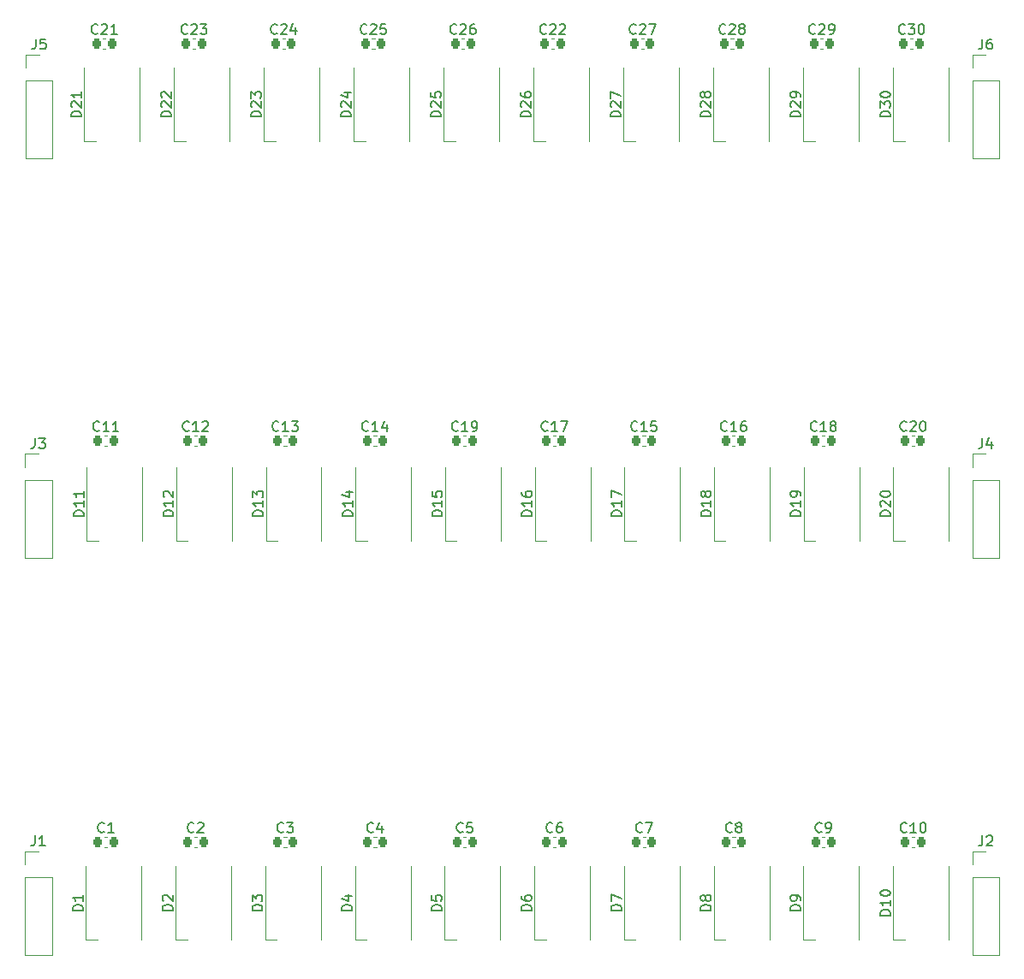
<source format=gbr>
%TF.GenerationSoftware,KiCad,Pcbnew,7.0.2*%
%TF.CreationDate,2023-08-16T13:52:21+02:00*%
%TF.ProjectId,TestingRig,54657374-696e-4675-9269-672e6b696361,rev?*%
%TF.SameCoordinates,Original*%
%TF.FileFunction,Legend,Top*%
%TF.FilePolarity,Positive*%
%FSLAX46Y46*%
G04 Gerber Fmt 4.6, Leading zero omitted, Abs format (unit mm)*
G04 Created by KiCad (PCBNEW 7.0.2) date 2023-08-16 13:52:21*
%MOMM*%
%LPD*%
G01*
G04 APERTURE LIST*
G04 Aperture macros list*
%AMRoundRect*
0 Rectangle with rounded corners*
0 $1 Rounding radius*
0 $2 $3 $4 $5 $6 $7 $8 $9 X,Y pos of 4 corners*
0 Add a 4 corners polygon primitive as box body*
4,1,4,$2,$3,$4,$5,$6,$7,$8,$9,$2,$3,0*
0 Add four circle primitives for the rounded corners*
1,1,$1+$1,$2,$3*
1,1,$1+$1,$4,$5*
1,1,$1+$1,$6,$7*
1,1,$1+$1,$8,$9*
0 Add four rect primitives between the rounded corners*
20,1,$1+$1,$2,$3,$4,$5,0*
20,1,$1+$1,$4,$5,$6,$7,0*
20,1,$1+$1,$6,$7,$8,$9,0*
20,1,$1+$1,$8,$9,$2,$3,0*%
G04 Aperture macros list end*
%ADD10C,0.150000*%
%ADD11C,0.120000*%
%ADD12R,1.700000X1.700000*%
%ADD13O,1.700000X1.700000*%
%ADD14RoundRect,0.225000X-0.225000X-0.250000X0.225000X-0.250000X0.225000X0.250000X-0.225000X0.250000X0*%
%ADD15R,1.000000X1.500000*%
G04 APERTURE END LIST*
D10*
%TO.C,J6*%
X249666666Y-40512619D02*
X249666666Y-41226904D01*
X249666666Y-41226904D02*
X249619047Y-41369761D01*
X249619047Y-41369761D02*
X249523809Y-41465000D01*
X249523809Y-41465000D02*
X249380952Y-41512619D01*
X249380952Y-41512619D02*
X249285714Y-41512619D01*
X250571428Y-40512619D02*
X250380952Y-40512619D01*
X250380952Y-40512619D02*
X250285714Y-40560238D01*
X250285714Y-40560238D02*
X250238095Y-40607857D01*
X250238095Y-40607857D02*
X250142857Y-40750714D01*
X250142857Y-40750714D02*
X250095238Y-40941190D01*
X250095238Y-40941190D02*
X250095238Y-41322142D01*
X250095238Y-41322142D02*
X250142857Y-41417380D01*
X250142857Y-41417380D02*
X250190476Y-41465000D01*
X250190476Y-41465000D02*
X250285714Y-41512619D01*
X250285714Y-41512619D02*
X250476190Y-41512619D01*
X250476190Y-41512619D02*
X250571428Y-41465000D01*
X250571428Y-41465000D02*
X250619047Y-41417380D01*
X250619047Y-41417380D02*
X250666666Y-41322142D01*
X250666666Y-41322142D02*
X250666666Y-41084047D01*
X250666666Y-41084047D02*
X250619047Y-40988809D01*
X250619047Y-40988809D02*
X250571428Y-40941190D01*
X250571428Y-40941190D02*
X250476190Y-40893571D01*
X250476190Y-40893571D02*
X250285714Y-40893571D01*
X250285714Y-40893571D02*
X250190476Y-40941190D01*
X250190476Y-40941190D02*
X250142857Y-40988809D01*
X250142857Y-40988809D02*
X250095238Y-41084047D01*
%TO.C,J5*%
X156066666Y-40512619D02*
X156066666Y-41226904D01*
X156066666Y-41226904D02*
X156019047Y-41369761D01*
X156019047Y-41369761D02*
X155923809Y-41465000D01*
X155923809Y-41465000D02*
X155780952Y-41512619D01*
X155780952Y-41512619D02*
X155685714Y-41512619D01*
X157019047Y-40512619D02*
X156542857Y-40512619D01*
X156542857Y-40512619D02*
X156495238Y-40988809D01*
X156495238Y-40988809D02*
X156542857Y-40941190D01*
X156542857Y-40941190D02*
X156638095Y-40893571D01*
X156638095Y-40893571D02*
X156876190Y-40893571D01*
X156876190Y-40893571D02*
X156971428Y-40941190D01*
X156971428Y-40941190D02*
X157019047Y-40988809D01*
X157019047Y-40988809D02*
X157066666Y-41084047D01*
X157066666Y-41084047D02*
X157066666Y-41322142D01*
X157066666Y-41322142D02*
X157019047Y-41417380D01*
X157019047Y-41417380D02*
X156971428Y-41465000D01*
X156971428Y-41465000D02*
X156876190Y-41512619D01*
X156876190Y-41512619D02*
X156638095Y-41512619D01*
X156638095Y-41512619D02*
X156542857Y-41465000D01*
X156542857Y-41465000D02*
X156495238Y-41417380D01*
%TO.C,J4*%
X249666666Y-80012619D02*
X249666666Y-80726904D01*
X249666666Y-80726904D02*
X249619047Y-80869761D01*
X249619047Y-80869761D02*
X249523809Y-80965000D01*
X249523809Y-80965000D02*
X249380952Y-81012619D01*
X249380952Y-81012619D02*
X249285714Y-81012619D01*
X250571428Y-80345952D02*
X250571428Y-81012619D01*
X250333333Y-79965000D02*
X250095238Y-80679285D01*
X250095238Y-80679285D02*
X250714285Y-80679285D01*
%TO.C,J3*%
X155991969Y-80012619D02*
X155991969Y-80726904D01*
X155991969Y-80726904D02*
X155944350Y-80869761D01*
X155944350Y-80869761D02*
X155849112Y-80965000D01*
X155849112Y-80965000D02*
X155706255Y-81012619D01*
X155706255Y-81012619D02*
X155611017Y-81012619D01*
X156372922Y-80012619D02*
X156991969Y-80012619D01*
X156991969Y-80012619D02*
X156658636Y-80393571D01*
X156658636Y-80393571D02*
X156801493Y-80393571D01*
X156801493Y-80393571D02*
X156896731Y-80441190D01*
X156896731Y-80441190D02*
X156944350Y-80488809D01*
X156944350Y-80488809D02*
X156991969Y-80584047D01*
X156991969Y-80584047D02*
X156991969Y-80822142D01*
X156991969Y-80822142D02*
X156944350Y-80917380D01*
X156944350Y-80917380D02*
X156896731Y-80965000D01*
X156896731Y-80965000D02*
X156801493Y-81012619D01*
X156801493Y-81012619D02*
X156515779Y-81012619D01*
X156515779Y-81012619D02*
X156420541Y-80965000D01*
X156420541Y-80965000D02*
X156372922Y-80917380D01*
%TO.C,J2*%
X249666666Y-119332619D02*
X249666666Y-120046904D01*
X249666666Y-120046904D02*
X249619047Y-120189761D01*
X249619047Y-120189761D02*
X249523809Y-120285000D01*
X249523809Y-120285000D02*
X249380952Y-120332619D01*
X249380952Y-120332619D02*
X249285714Y-120332619D01*
X250095238Y-119427857D02*
X250142857Y-119380238D01*
X250142857Y-119380238D02*
X250238095Y-119332619D01*
X250238095Y-119332619D02*
X250476190Y-119332619D01*
X250476190Y-119332619D02*
X250571428Y-119380238D01*
X250571428Y-119380238D02*
X250619047Y-119427857D01*
X250619047Y-119427857D02*
X250666666Y-119523095D01*
X250666666Y-119523095D02*
X250666666Y-119618333D01*
X250666666Y-119618333D02*
X250619047Y-119761190D01*
X250619047Y-119761190D02*
X250047619Y-120332619D01*
X250047619Y-120332619D02*
X250666666Y-120332619D01*
%TO.C,C30*%
X242001205Y-39937380D02*
X241953586Y-39985000D01*
X241953586Y-39985000D02*
X241810729Y-40032619D01*
X241810729Y-40032619D02*
X241715491Y-40032619D01*
X241715491Y-40032619D02*
X241572634Y-39985000D01*
X241572634Y-39985000D02*
X241477396Y-39889761D01*
X241477396Y-39889761D02*
X241429777Y-39794523D01*
X241429777Y-39794523D02*
X241382158Y-39604047D01*
X241382158Y-39604047D02*
X241382158Y-39461190D01*
X241382158Y-39461190D02*
X241429777Y-39270714D01*
X241429777Y-39270714D02*
X241477396Y-39175476D01*
X241477396Y-39175476D02*
X241572634Y-39080238D01*
X241572634Y-39080238D02*
X241715491Y-39032619D01*
X241715491Y-39032619D02*
X241810729Y-39032619D01*
X241810729Y-39032619D02*
X241953586Y-39080238D01*
X241953586Y-39080238D02*
X242001205Y-39127857D01*
X242334539Y-39032619D02*
X242953586Y-39032619D01*
X242953586Y-39032619D02*
X242620253Y-39413571D01*
X242620253Y-39413571D02*
X242763110Y-39413571D01*
X242763110Y-39413571D02*
X242858348Y-39461190D01*
X242858348Y-39461190D02*
X242905967Y-39508809D01*
X242905967Y-39508809D02*
X242953586Y-39604047D01*
X242953586Y-39604047D02*
X242953586Y-39842142D01*
X242953586Y-39842142D02*
X242905967Y-39937380D01*
X242905967Y-39937380D02*
X242858348Y-39985000D01*
X242858348Y-39985000D02*
X242763110Y-40032619D01*
X242763110Y-40032619D02*
X242477396Y-40032619D01*
X242477396Y-40032619D02*
X242382158Y-39985000D01*
X242382158Y-39985000D02*
X242334539Y-39937380D01*
X243572634Y-39032619D02*
X243667872Y-39032619D01*
X243667872Y-39032619D02*
X243763110Y-39080238D01*
X243763110Y-39080238D02*
X243810729Y-39127857D01*
X243810729Y-39127857D02*
X243858348Y-39223095D01*
X243858348Y-39223095D02*
X243905967Y-39413571D01*
X243905967Y-39413571D02*
X243905967Y-39651666D01*
X243905967Y-39651666D02*
X243858348Y-39842142D01*
X243858348Y-39842142D02*
X243810729Y-39937380D01*
X243810729Y-39937380D02*
X243763110Y-39985000D01*
X243763110Y-39985000D02*
X243667872Y-40032619D01*
X243667872Y-40032619D02*
X243572634Y-40032619D01*
X243572634Y-40032619D02*
X243477396Y-39985000D01*
X243477396Y-39985000D02*
X243429777Y-39937380D01*
X243429777Y-39937380D02*
X243382158Y-39842142D01*
X243382158Y-39842142D02*
X243334539Y-39651666D01*
X243334539Y-39651666D02*
X243334539Y-39413571D01*
X243334539Y-39413571D02*
X243382158Y-39223095D01*
X243382158Y-39223095D02*
X243429777Y-39127857D01*
X243429777Y-39127857D02*
X243477396Y-39080238D01*
X243477396Y-39080238D02*
X243572634Y-39032619D01*
%TO.C,C29*%
X233132386Y-39937380D02*
X233084767Y-39985000D01*
X233084767Y-39985000D02*
X232941910Y-40032619D01*
X232941910Y-40032619D02*
X232846672Y-40032619D01*
X232846672Y-40032619D02*
X232703815Y-39985000D01*
X232703815Y-39985000D02*
X232608577Y-39889761D01*
X232608577Y-39889761D02*
X232560958Y-39794523D01*
X232560958Y-39794523D02*
X232513339Y-39604047D01*
X232513339Y-39604047D02*
X232513339Y-39461190D01*
X232513339Y-39461190D02*
X232560958Y-39270714D01*
X232560958Y-39270714D02*
X232608577Y-39175476D01*
X232608577Y-39175476D02*
X232703815Y-39080238D01*
X232703815Y-39080238D02*
X232846672Y-39032619D01*
X232846672Y-39032619D02*
X232941910Y-39032619D01*
X232941910Y-39032619D02*
X233084767Y-39080238D01*
X233084767Y-39080238D02*
X233132386Y-39127857D01*
X233513339Y-39127857D02*
X233560958Y-39080238D01*
X233560958Y-39080238D02*
X233656196Y-39032619D01*
X233656196Y-39032619D02*
X233894291Y-39032619D01*
X233894291Y-39032619D02*
X233989529Y-39080238D01*
X233989529Y-39080238D02*
X234037148Y-39127857D01*
X234037148Y-39127857D02*
X234084767Y-39223095D01*
X234084767Y-39223095D02*
X234084767Y-39318333D01*
X234084767Y-39318333D02*
X234037148Y-39461190D01*
X234037148Y-39461190D02*
X233465720Y-40032619D01*
X233465720Y-40032619D02*
X234084767Y-40032619D01*
X234560958Y-40032619D02*
X234751434Y-40032619D01*
X234751434Y-40032619D02*
X234846672Y-39985000D01*
X234846672Y-39985000D02*
X234894291Y-39937380D01*
X234894291Y-39937380D02*
X234989529Y-39794523D01*
X234989529Y-39794523D02*
X235037148Y-39604047D01*
X235037148Y-39604047D02*
X235037148Y-39223095D01*
X235037148Y-39223095D02*
X234989529Y-39127857D01*
X234989529Y-39127857D02*
X234941910Y-39080238D01*
X234941910Y-39080238D02*
X234846672Y-39032619D01*
X234846672Y-39032619D02*
X234656196Y-39032619D01*
X234656196Y-39032619D02*
X234560958Y-39080238D01*
X234560958Y-39080238D02*
X234513339Y-39127857D01*
X234513339Y-39127857D02*
X234465720Y-39223095D01*
X234465720Y-39223095D02*
X234465720Y-39461190D01*
X234465720Y-39461190D02*
X234513339Y-39556428D01*
X234513339Y-39556428D02*
X234560958Y-39604047D01*
X234560958Y-39604047D02*
X234656196Y-39651666D01*
X234656196Y-39651666D02*
X234846672Y-39651666D01*
X234846672Y-39651666D02*
X234941910Y-39604047D01*
X234941910Y-39604047D02*
X234989529Y-39556428D01*
X234989529Y-39556428D02*
X235037148Y-39461190D01*
%TO.C,C28*%
X224263575Y-39937380D02*
X224215956Y-39985000D01*
X224215956Y-39985000D02*
X224073099Y-40032619D01*
X224073099Y-40032619D02*
X223977861Y-40032619D01*
X223977861Y-40032619D02*
X223835004Y-39985000D01*
X223835004Y-39985000D02*
X223739766Y-39889761D01*
X223739766Y-39889761D02*
X223692147Y-39794523D01*
X223692147Y-39794523D02*
X223644528Y-39604047D01*
X223644528Y-39604047D02*
X223644528Y-39461190D01*
X223644528Y-39461190D02*
X223692147Y-39270714D01*
X223692147Y-39270714D02*
X223739766Y-39175476D01*
X223739766Y-39175476D02*
X223835004Y-39080238D01*
X223835004Y-39080238D02*
X223977861Y-39032619D01*
X223977861Y-39032619D02*
X224073099Y-39032619D01*
X224073099Y-39032619D02*
X224215956Y-39080238D01*
X224215956Y-39080238D02*
X224263575Y-39127857D01*
X224644528Y-39127857D02*
X224692147Y-39080238D01*
X224692147Y-39080238D02*
X224787385Y-39032619D01*
X224787385Y-39032619D02*
X225025480Y-39032619D01*
X225025480Y-39032619D02*
X225120718Y-39080238D01*
X225120718Y-39080238D02*
X225168337Y-39127857D01*
X225168337Y-39127857D02*
X225215956Y-39223095D01*
X225215956Y-39223095D02*
X225215956Y-39318333D01*
X225215956Y-39318333D02*
X225168337Y-39461190D01*
X225168337Y-39461190D02*
X224596909Y-40032619D01*
X224596909Y-40032619D02*
X225215956Y-40032619D01*
X225787385Y-39461190D02*
X225692147Y-39413571D01*
X225692147Y-39413571D02*
X225644528Y-39365952D01*
X225644528Y-39365952D02*
X225596909Y-39270714D01*
X225596909Y-39270714D02*
X225596909Y-39223095D01*
X225596909Y-39223095D02*
X225644528Y-39127857D01*
X225644528Y-39127857D02*
X225692147Y-39080238D01*
X225692147Y-39080238D02*
X225787385Y-39032619D01*
X225787385Y-39032619D02*
X225977861Y-39032619D01*
X225977861Y-39032619D02*
X226073099Y-39080238D01*
X226073099Y-39080238D02*
X226120718Y-39127857D01*
X226120718Y-39127857D02*
X226168337Y-39223095D01*
X226168337Y-39223095D02*
X226168337Y-39270714D01*
X226168337Y-39270714D02*
X226120718Y-39365952D01*
X226120718Y-39365952D02*
X226073099Y-39413571D01*
X226073099Y-39413571D02*
X225977861Y-39461190D01*
X225977861Y-39461190D02*
X225787385Y-39461190D01*
X225787385Y-39461190D02*
X225692147Y-39508809D01*
X225692147Y-39508809D02*
X225644528Y-39556428D01*
X225644528Y-39556428D02*
X225596909Y-39651666D01*
X225596909Y-39651666D02*
X225596909Y-39842142D01*
X225596909Y-39842142D02*
X225644528Y-39937380D01*
X225644528Y-39937380D02*
X225692147Y-39985000D01*
X225692147Y-39985000D02*
X225787385Y-40032619D01*
X225787385Y-40032619D02*
X225977861Y-40032619D01*
X225977861Y-40032619D02*
X226073099Y-39985000D01*
X226073099Y-39985000D02*
X226120718Y-39937380D01*
X226120718Y-39937380D02*
X226168337Y-39842142D01*
X226168337Y-39842142D02*
X226168337Y-39651666D01*
X226168337Y-39651666D02*
X226120718Y-39556428D01*
X226120718Y-39556428D02*
X226073099Y-39508809D01*
X226073099Y-39508809D02*
X225977861Y-39461190D01*
%TO.C,C27*%
X215394764Y-39937380D02*
X215347145Y-39985000D01*
X215347145Y-39985000D02*
X215204288Y-40032619D01*
X215204288Y-40032619D02*
X215109050Y-40032619D01*
X215109050Y-40032619D02*
X214966193Y-39985000D01*
X214966193Y-39985000D02*
X214870955Y-39889761D01*
X214870955Y-39889761D02*
X214823336Y-39794523D01*
X214823336Y-39794523D02*
X214775717Y-39604047D01*
X214775717Y-39604047D02*
X214775717Y-39461190D01*
X214775717Y-39461190D02*
X214823336Y-39270714D01*
X214823336Y-39270714D02*
X214870955Y-39175476D01*
X214870955Y-39175476D02*
X214966193Y-39080238D01*
X214966193Y-39080238D02*
X215109050Y-39032619D01*
X215109050Y-39032619D02*
X215204288Y-39032619D01*
X215204288Y-39032619D02*
X215347145Y-39080238D01*
X215347145Y-39080238D02*
X215394764Y-39127857D01*
X215775717Y-39127857D02*
X215823336Y-39080238D01*
X215823336Y-39080238D02*
X215918574Y-39032619D01*
X215918574Y-39032619D02*
X216156669Y-39032619D01*
X216156669Y-39032619D02*
X216251907Y-39080238D01*
X216251907Y-39080238D02*
X216299526Y-39127857D01*
X216299526Y-39127857D02*
X216347145Y-39223095D01*
X216347145Y-39223095D02*
X216347145Y-39318333D01*
X216347145Y-39318333D02*
X216299526Y-39461190D01*
X216299526Y-39461190D02*
X215728098Y-40032619D01*
X215728098Y-40032619D02*
X216347145Y-40032619D01*
X216680479Y-39032619D02*
X217347145Y-39032619D01*
X217347145Y-39032619D02*
X216918574Y-40032619D01*
%TO.C,C26*%
X197657142Y-39937380D02*
X197609523Y-39985000D01*
X197609523Y-39985000D02*
X197466666Y-40032619D01*
X197466666Y-40032619D02*
X197371428Y-40032619D01*
X197371428Y-40032619D02*
X197228571Y-39985000D01*
X197228571Y-39985000D02*
X197133333Y-39889761D01*
X197133333Y-39889761D02*
X197085714Y-39794523D01*
X197085714Y-39794523D02*
X197038095Y-39604047D01*
X197038095Y-39604047D02*
X197038095Y-39461190D01*
X197038095Y-39461190D02*
X197085714Y-39270714D01*
X197085714Y-39270714D02*
X197133333Y-39175476D01*
X197133333Y-39175476D02*
X197228571Y-39080238D01*
X197228571Y-39080238D02*
X197371428Y-39032619D01*
X197371428Y-39032619D02*
X197466666Y-39032619D01*
X197466666Y-39032619D02*
X197609523Y-39080238D01*
X197609523Y-39080238D02*
X197657142Y-39127857D01*
X198038095Y-39127857D02*
X198085714Y-39080238D01*
X198085714Y-39080238D02*
X198180952Y-39032619D01*
X198180952Y-39032619D02*
X198419047Y-39032619D01*
X198419047Y-39032619D02*
X198514285Y-39080238D01*
X198514285Y-39080238D02*
X198561904Y-39127857D01*
X198561904Y-39127857D02*
X198609523Y-39223095D01*
X198609523Y-39223095D02*
X198609523Y-39318333D01*
X198609523Y-39318333D02*
X198561904Y-39461190D01*
X198561904Y-39461190D02*
X197990476Y-40032619D01*
X197990476Y-40032619D02*
X198609523Y-40032619D01*
X199466666Y-39032619D02*
X199276190Y-39032619D01*
X199276190Y-39032619D02*
X199180952Y-39080238D01*
X199180952Y-39080238D02*
X199133333Y-39127857D01*
X199133333Y-39127857D02*
X199038095Y-39270714D01*
X199038095Y-39270714D02*
X198990476Y-39461190D01*
X198990476Y-39461190D02*
X198990476Y-39842142D01*
X198990476Y-39842142D02*
X199038095Y-39937380D01*
X199038095Y-39937380D02*
X199085714Y-39985000D01*
X199085714Y-39985000D02*
X199180952Y-40032619D01*
X199180952Y-40032619D02*
X199371428Y-40032619D01*
X199371428Y-40032619D02*
X199466666Y-39985000D01*
X199466666Y-39985000D02*
X199514285Y-39937380D01*
X199514285Y-39937380D02*
X199561904Y-39842142D01*
X199561904Y-39842142D02*
X199561904Y-39604047D01*
X199561904Y-39604047D02*
X199514285Y-39508809D01*
X199514285Y-39508809D02*
X199466666Y-39461190D01*
X199466666Y-39461190D02*
X199371428Y-39413571D01*
X199371428Y-39413571D02*
X199180952Y-39413571D01*
X199180952Y-39413571D02*
X199085714Y-39461190D01*
X199085714Y-39461190D02*
X199038095Y-39508809D01*
X199038095Y-39508809D02*
X198990476Y-39604047D01*
%TO.C,C25*%
X188788331Y-39937380D02*
X188740712Y-39985000D01*
X188740712Y-39985000D02*
X188597855Y-40032619D01*
X188597855Y-40032619D02*
X188502617Y-40032619D01*
X188502617Y-40032619D02*
X188359760Y-39985000D01*
X188359760Y-39985000D02*
X188264522Y-39889761D01*
X188264522Y-39889761D02*
X188216903Y-39794523D01*
X188216903Y-39794523D02*
X188169284Y-39604047D01*
X188169284Y-39604047D02*
X188169284Y-39461190D01*
X188169284Y-39461190D02*
X188216903Y-39270714D01*
X188216903Y-39270714D02*
X188264522Y-39175476D01*
X188264522Y-39175476D02*
X188359760Y-39080238D01*
X188359760Y-39080238D02*
X188502617Y-39032619D01*
X188502617Y-39032619D02*
X188597855Y-39032619D01*
X188597855Y-39032619D02*
X188740712Y-39080238D01*
X188740712Y-39080238D02*
X188788331Y-39127857D01*
X189169284Y-39127857D02*
X189216903Y-39080238D01*
X189216903Y-39080238D02*
X189312141Y-39032619D01*
X189312141Y-39032619D02*
X189550236Y-39032619D01*
X189550236Y-39032619D02*
X189645474Y-39080238D01*
X189645474Y-39080238D02*
X189693093Y-39127857D01*
X189693093Y-39127857D02*
X189740712Y-39223095D01*
X189740712Y-39223095D02*
X189740712Y-39318333D01*
X189740712Y-39318333D02*
X189693093Y-39461190D01*
X189693093Y-39461190D02*
X189121665Y-40032619D01*
X189121665Y-40032619D02*
X189740712Y-40032619D01*
X190645474Y-39032619D02*
X190169284Y-39032619D01*
X190169284Y-39032619D02*
X190121665Y-39508809D01*
X190121665Y-39508809D02*
X190169284Y-39461190D01*
X190169284Y-39461190D02*
X190264522Y-39413571D01*
X190264522Y-39413571D02*
X190502617Y-39413571D01*
X190502617Y-39413571D02*
X190597855Y-39461190D01*
X190597855Y-39461190D02*
X190645474Y-39508809D01*
X190645474Y-39508809D02*
X190693093Y-39604047D01*
X190693093Y-39604047D02*
X190693093Y-39842142D01*
X190693093Y-39842142D02*
X190645474Y-39937380D01*
X190645474Y-39937380D02*
X190597855Y-39985000D01*
X190597855Y-39985000D02*
X190502617Y-40032619D01*
X190502617Y-40032619D02*
X190264522Y-40032619D01*
X190264522Y-40032619D02*
X190169284Y-39985000D01*
X190169284Y-39985000D02*
X190121665Y-39937380D01*
%TO.C,C24*%
X179919520Y-39937380D02*
X179871901Y-39985000D01*
X179871901Y-39985000D02*
X179729044Y-40032619D01*
X179729044Y-40032619D02*
X179633806Y-40032619D01*
X179633806Y-40032619D02*
X179490949Y-39985000D01*
X179490949Y-39985000D02*
X179395711Y-39889761D01*
X179395711Y-39889761D02*
X179348092Y-39794523D01*
X179348092Y-39794523D02*
X179300473Y-39604047D01*
X179300473Y-39604047D02*
X179300473Y-39461190D01*
X179300473Y-39461190D02*
X179348092Y-39270714D01*
X179348092Y-39270714D02*
X179395711Y-39175476D01*
X179395711Y-39175476D02*
X179490949Y-39080238D01*
X179490949Y-39080238D02*
X179633806Y-39032619D01*
X179633806Y-39032619D02*
X179729044Y-39032619D01*
X179729044Y-39032619D02*
X179871901Y-39080238D01*
X179871901Y-39080238D02*
X179919520Y-39127857D01*
X180300473Y-39127857D02*
X180348092Y-39080238D01*
X180348092Y-39080238D02*
X180443330Y-39032619D01*
X180443330Y-39032619D02*
X180681425Y-39032619D01*
X180681425Y-39032619D02*
X180776663Y-39080238D01*
X180776663Y-39080238D02*
X180824282Y-39127857D01*
X180824282Y-39127857D02*
X180871901Y-39223095D01*
X180871901Y-39223095D02*
X180871901Y-39318333D01*
X180871901Y-39318333D02*
X180824282Y-39461190D01*
X180824282Y-39461190D02*
X180252854Y-40032619D01*
X180252854Y-40032619D02*
X180871901Y-40032619D01*
X181729044Y-39365952D02*
X181729044Y-40032619D01*
X181490949Y-38985000D02*
X181252854Y-39699285D01*
X181252854Y-39699285D02*
X181871901Y-39699285D01*
%TO.C,C23*%
X171050709Y-39937380D02*
X171003090Y-39985000D01*
X171003090Y-39985000D02*
X170860233Y-40032619D01*
X170860233Y-40032619D02*
X170764995Y-40032619D01*
X170764995Y-40032619D02*
X170622138Y-39985000D01*
X170622138Y-39985000D02*
X170526900Y-39889761D01*
X170526900Y-39889761D02*
X170479281Y-39794523D01*
X170479281Y-39794523D02*
X170431662Y-39604047D01*
X170431662Y-39604047D02*
X170431662Y-39461190D01*
X170431662Y-39461190D02*
X170479281Y-39270714D01*
X170479281Y-39270714D02*
X170526900Y-39175476D01*
X170526900Y-39175476D02*
X170622138Y-39080238D01*
X170622138Y-39080238D02*
X170764995Y-39032619D01*
X170764995Y-39032619D02*
X170860233Y-39032619D01*
X170860233Y-39032619D02*
X171003090Y-39080238D01*
X171003090Y-39080238D02*
X171050709Y-39127857D01*
X171431662Y-39127857D02*
X171479281Y-39080238D01*
X171479281Y-39080238D02*
X171574519Y-39032619D01*
X171574519Y-39032619D02*
X171812614Y-39032619D01*
X171812614Y-39032619D02*
X171907852Y-39080238D01*
X171907852Y-39080238D02*
X171955471Y-39127857D01*
X171955471Y-39127857D02*
X172003090Y-39223095D01*
X172003090Y-39223095D02*
X172003090Y-39318333D01*
X172003090Y-39318333D02*
X171955471Y-39461190D01*
X171955471Y-39461190D02*
X171384043Y-40032619D01*
X171384043Y-40032619D02*
X172003090Y-40032619D01*
X172336424Y-39032619D02*
X172955471Y-39032619D01*
X172955471Y-39032619D02*
X172622138Y-39413571D01*
X172622138Y-39413571D02*
X172764995Y-39413571D01*
X172764995Y-39413571D02*
X172860233Y-39461190D01*
X172860233Y-39461190D02*
X172907852Y-39508809D01*
X172907852Y-39508809D02*
X172955471Y-39604047D01*
X172955471Y-39604047D02*
X172955471Y-39842142D01*
X172955471Y-39842142D02*
X172907852Y-39937380D01*
X172907852Y-39937380D02*
X172860233Y-39985000D01*
X172860233Y-39985000D02*
X172764995Y-40032619D01*
X172764995Y-40032619D02*
X172479281Y-40032619D01*
X172479281Y-40032619D02*
X172384043Y-39985000D01*
X172384043Y-39985000D02*
X172336424Y-39937380D01*
%TO.C,C22*%
X206525953Y-39937380D02*
X206478334Y-39985000D01*
X206478334Y-39985000D02*
X206335477Y-40032619D01*
X206335477Y-40032619D02*
X206240239Y-40032619D01*
X206240239Y-40032619D02*
X206097382Y-39985000D01*
X206097382Y-39985000D02*
X206002144Y-39889761D01*
X206002144Y-39889761D02*
X205954525Y-39794523D01*
X205954525Y-39794523D02*
X205906906Y-39604047D01*
X205906906Y-39604047D02*
X205906906Y-39461190D01*
X205906906Y-39461190D02*
X205954525Y-39270714D01*
X205954525Y-39270714D02*
X206002144Y-39175476D01*
X206002144Y-39175476D02*
X206097382Y-39080238D01*
X206097382Y-39080238D02*
X206240239Y-39032619D01*
X206240239Y-39032619D02*
X206335477Y-39032619D01*
X206335477Y-39032619D02*
X206478334Y-39080238D01*
X206478334Y-39080238D02*
X206525953Y-39127857D01*
X206906906Y-39127857D02*
X206954525Y-39080238D01*
X206954525Y-39080238D02*
X207049763Y-39032619D01*
X207049763Y-39032619D02*
X207287858Y-39032619D01*
X207287858Y-39032619D02*
X207383096Y-39080238D01*
X207383096Y-39080238D02*
X207430715Y-39127857D01*
X207430715Y-39127857D02*
X207478334Y-39223095D01*
X207478334Y-39223095D02*
X207478334Y-39318333D01*
X207478334Y-39318333D02*
X207430715Y-39461190D01*
X207430715Y-39461190D02*
X206859287Y-40032619D01*
X206859287Y-40032619D02*
X207478334Y-40032619D01*
X207859287Y-39127857D02*
X207906906Y-39080238D01*
X207906906Y-39080238D02*
X208002144Y-39032619D01*
X208002144Y-39032619D02*
X208240239Y-39032619D01*
X208240239Y-39032619D02*
X208335477Y-39080238D01*
X208335477Y-39080238D02*
X208383096Y-39127857D01*
X208383096Y-39127857D02*
X208430715Y-39223095D01*
X208430715Y-39223095D02*
X208430715Y-39318333D01*
X208430715Y-39318333D02*
X208383096Y-39461190D01*
X208383096Y-39461190D02*
X207811668Y-40032619D01*
X207811668Y-40032619D02*
X208430715Y-40032619D01*
%TO.C,C21*%
X162181898Y-39937380D02*
X162134279Y-39985000D01*
X162134279Y-39985000D02*
X161991422Y-40032619D01*
X161991422Y-40032619D02*
X161896184Y-40032619D01*
X161896184Y-40032619D02*
X161753327Y-39985000D01*
X161753327Y-39985000D02*
X161658089Y-39889761D01*
X161658089Y-39889761D02*
X161610470Y-39794523D01*
X161610470Y-39794523D02*
X161562851Y-39604047D01*
X161562851Y-39604047D02*
X161562851Y-39461190D01*
X161562851Y-39461190D02*
X161610470Y-39270714D01*
X161610470Y-39270714D02*
X161658089Y-39175476D01*
X161658089Y-39175476D02*
X161753327Y-39080238D01*
X161753327Y-39080238D02*
X161896184Y-39032619D01*
X161896184Y-39032619D02*
X161991422Y-39032619D01*
X161991422Y-39032619D02*
X162134279Y-39080238D01*
X162134279Y-39080238D02*
X162181898Y-39127857D01*
X162562851Y-39127857D02*
X162610470Y-39080238D01*
X162610470Y-39080238D02*
X162705708Y-39032619D01*
X162705708Y-39032619D02*
X162943803Y-39032619D01*
X162943803Y-39032619D02*
X163039041Y-39080238D01*
X163039041Y-39080238D02*
X163086660Y-39127857D01*
X163086660Y-39127857D02*
X163134279Y-39223095D01*
X163134279Y-39223095D02*
X163134279Y-39318333D01*
X163134279Y-39318333D02*
X163086660Y-39461190D01*
X163086660Y-39461190D02*
X162515232Y-40032619D01*
X162515232Y-40032619D02*
X163134279Y-40032619D01*
X164086660Y-40032619D02*
X163515232Y-40032619D01*
X163800946Y-40032619D02*
X163800946Y-39032619D01*
X163800946Y-39032619D02*
X163705708Y-39175476D01*
X163705708Y-39175476D02*
X163610470Y-39270714D01*
X163610470Y-39270714D02*
X163515232Y-39318333D01*
%TO.C,C20*%
X242163334Y-79237380D02*
X242115715Y-79285000D01*
X242115715Y-79285000D02*
X241972858Y-79332619D01*
X241972858Y-79332619D02*
X241877620Y-79332619D01*
X241877620Y-79332619D02*
X241734763Y-79285000D01*
X241734763Y-79285000D02*
X241639525Y-79189761D01*
X241639525Y-79189761D02*
X241591906Y-79094523D01*
X241591906Y-79094523D02*
X241544287Y-78904047D01*
X241544287Y-78904047D02*
X241544287Y-78761190D01*
X241544287Y-78761190D02*
X241591906Y-78570714D01*
X241591906Y-78570714D02*
X241639525Y-78475476D01*
X241639525Y-78475476D02*
X241734763Y-78380238D01*
X241734763Y-78380238D02*
X241877620Y-78332619D01*
X241877620Y-78332619D02*
X241972858Y-78332619D01*
X241972858Y-78332619D02*
X242115715Y-78380238D01*
X242115715Y-78380238D02*
X242163334Y-78427857D01*
X242544287Y-78427857D02*
X242591906Y-78380238D01*
X242591906Y-78380238D02*
X242687144Y-78332619D01*
X242687144Y-78332619D02*
X242925239Y-78332619D01*
X242925239Y-78332619D02*
X243020477Y-78380238D01*
X243020477Y-78380238D02*
X243068096Y-78427857D01*
X243068096Y-78427857D02*
X243115715Y-78523095D01*
X243115715Y-78523095D02*
X243115715Y-78618333D01*
X243115715Y-78618333D02*
X243068096Y-78761190D01*
X243068096Y-78761190D02*
X242496668Y-79332619D01*
X242496668Y-79332619D02*
X243115715Y-79332619D01*
X243734763Y-78332619D02*
X243830001Y-78332619D01*
X243830001Y-78332619D02*
X243925239Y-78380238D01*
X243925239Y-78380238D02*
X243972858Y-78427857D01*
X243972858Y-78427857D02*
X244020477Y-78523095D01*
X244020477Y-78523095D02*
X244068096Y-78713571D01*
X244068096Y-78713571D02*
X244068096Y-78951666D01*
X244068096Y-78951666D02*
X244020477Y-79142142D01*
X244020477Y-79142142D02*
X243972858Y-79237380D01*
X243972858Y-79237380D02*
X243925239Y-79285000D01*
X243925239Y-79285000D02*
X243830001Y-79332619D01*
X243830001Y-79332619D02*
X243734763Y-79332619D01*
X243734763Y-79332619D02*
X243639525Y-79285000D01*
X243639525Y-79285000D02*
X243591906Y-79237380D01*
X243591906Y-79237380D02*
X243544287Y-79142142D01*
X243544287Y-79142142D02*
X243496668Y-78951666D01*
X243496668Y-78951666D02*
X243496668Y-78713571D01*
X243496668Y-78713571D02*
X243544287Y-78523095D01*
X243544287Y-78523095D02*
X243591906Y-78427857D01*
X243591906Y-78427857D02*
X243639525Y-78380238D01*
X243639525Y-78380238D02*
X243734763Y-78332619D01*
%TO.C,C19*%
X197819686Y-79237380D02*
X197772067Y-79285000D01*
X197772067Y-79285000D02*
X197629210Y-79332619D01*
X197629210Y-79332619D02*
X197533972Y-79332619D01*
X197533972Y-79332619D02*
X197391115Y-79285000D01*
X197391115Y-79285000D02*
X197295877Y-79189761D01*
X197295877Y-79189761D02*
X197248258Y-79094523D01*
X197248258Y-79094523D02*
X197200639Y-78904047D01*
X197200639Y-78904047D02*
X197200639Y-78761190D01*
X197200639Y-78761190D02*
X197248258Y-78570714D01*
X197248258Y-78570714D02*
X197295877Y-78475476D01*
X197295877Y-78475476D02*
X197391115Y-78380238D01*
X197391115Y-78380238D02*
X197533972Y-78332619D01*
X197533972Y-78332619D02*
X197629210Y-78332619D01*
X197629210Y-78332619D02*
X197772067Y-78380238D01*
X197772067Y-78380238D02*
X197819686Y-78427857D01*
X198772067Y-79332619D02*
X198200639Y-79332619D01*
X198486353Y-79332619D02*
X198486353Y-78332619D01*
X198486353Y-78332619D02*
X198391115Y-78475476D01*
X198391115Y-78475476D02*
X198295877Y-78570714D01*
X198295877Y-78570714D02*
X198200639Y-78618333D01*
X199248258Y-79332619D02*
X199438734Y-79332619D01*
X199438734Y-79332619D02*
X199533972Y-79285000D01*
X199533972Y-79285000D02*
X199581591Y-79237380D01*
X199581591Y-79237380D02*
X199676829Y-79094523D01*
X199676829Y-79094523D02*
X199724448Y-78904047D01*
X199724448Y-78904047D02*
X199724448Y-78523095D01*
X199724448Y-78523095D02*
X199676829Y-78427857D01*
X199676829Y-78427857D02*
X199629210Y-78380238D01*
X199629210Y-78380238D02*
X199533972Y-78332619D01*
X199533972Y-78332619D02*
X199343496Y-78332619D01*
X199343496Y-78332619D02*
X199248258Y-78380238D01*
X199248258Y-78380238D02*
X199200639Y-78427857D01*
X199200639Y-78427857D02*
X199153020Y-78523095D01*
X199153020Y-78523095D02*
X199153020Y-78761190D01*
X199153020Y-78761190D02*
X199200639Y-78856428D01*
X199200639Y-78856428D02*
X199248258Y-78904047D01*
X199248258Y-78904047D02*
X199343496Y-78951666D01*
X199343496Y-78951666D02*
X199533972Y-78951666D01*
X199533972Y-78951666D02*
X199629210Y-78904047D01*
X199629210Y-78904047D02*
X199676829Y-78856428D01*
X199676829Y-78856428D02*
X199724448Y-78761190D01*
%TO.C,C18*%
X233294598Y-79237380D02*
X233246979Y-79285000D01*
X233246979Y-79285000D02*
X233104122Y-79332619D01*
X233104122Y-79332619D02*
X233008884Y-79332619D01*
X233008884Y-79332619D02*
X232866027Y-79285000D01*
X232866027Y-79285000D02*
X232770789Y-79189761D01*
X232770789Y-79189761D02*
X232723170Y-79094523D01*
X232723170Y-79094523D02*
X232675551Y-78904047D01*
X232675551Y-78904047D02*
X232675551Y-78761190D01*
X232675551Y-78761190D02*
X232723170Y-78570714D01*
X232723170Y-78570714D02*
X232770789Y-78475476D01*
X232770789Y-78475476D02*
X232866027Y-78380238D01*
X232866027Y-78380238D02*
X233008884Y-78332619D01*
X233008884Y-78332619D02*
X233104122Y-78332619D01*
X233104122Y-78332619D02*
X233246979Y-78380238D01*
X233246979Y-78380238D02*
X233294598Y-78427857D01*
X234246979Y-79332619D02*
X233675551Y-79332619D01*
X233961265Y-79332619D02*
X233961265Y-78332619D01*
X233961265Y-78332619D02*
X233866027Y-78475476D01*
X233866027Y-78475476D02*
X233770789Y-78570714D01*
X233770789Y-78570714D02*
X233675551Y-78618333D01*
X234818408Y-78761190D02*
X234723170Y-78713571D01*
X234723170Y-78713571D02*
X234675551Y-78665952D01*
X234675551Y-78665952D02*
X234627932Y-78570714D01*
X234627932Y-78570714D02*
X234627932Y-78523095D01*
X234627932Y-78523095D02*
X234675551Y-78427857D01*
X234675551Y-78427857D02*
X234723170Y-78380238D01*
X234723170Y-78380238D02*
X234818408Y-78332619D01*
X234818408Y-78332619D02*
X235008884Y-78332619D01*
X235008884Y-78332619D02*
X235104122Y-78380238D01*
X235104122Y-78380238D02*
X235151741Y-78427857D01*
X235151741Y-78427857D02*
X235199360Y-78523095D01*
X235199360Y-78523095D02*
X235199360Y-78570714D01*
X235199360Y-78570714D02*
X235151741Y-78665952D01*
X235151741Y-78665952D02*
X235104122Y-78713571D01*
X235104122Y-78713571D02*
X235008884Y-78761190D01*
X235008884Y-78761190D02*
X234818408Y-78761190D01*
X234818408Y-78761190D02*
X234723170Y-78808809D01*
X234723170Y-78808809D02*
X234675551Y-78856428D01*
X234675551Y-78856428D02*
X234627932Y-78951666D01*
X234627932Y-78951666D02*
X234627932Y-79142142D01*
X234627932Y-79142142D02*
X234675551Y-79237380D01*
X234675551Y-79237380D02*
X234723170Y-79285000D01*
X234723170Y-79285000D02*
X234818408Y-79332619D01*
X234818408Y-79332619D02*
X235008884Y-79332619D01*
X235008884Y-79332619D02*
X235104122Y-79285000D01*
X235104122Y-79285000D02*
X235151741Y-79237380D01*
X235151741Y-79237380D02*
X235199360Y-79142142D01*
X235199360Y-79142142D02*
X235199360Y-78951666D01*
X235199360Y-78951666D02*
X235151741Y-78856428D01*
X235151741Y-78856428D02*
X235104122Y-78808809D01*
X235104122Y-78808809D02*
X235008884Y-78761190D01*
%TO.C,C17*%
X206688414Y-79237380D02*
X206640795Y-79285000D01*
X206640795Y-79285000D02*
X206497938Y-79332619D01*
X206497938Y-79332619D02*
X206402700Y-79332619D01*
X206402700Y-79332619D02*
X206259843Y-79285000D01*
X206259843Y-79285000D02*
X206164605Y-79189761D01*
X206164605Y-79189761D02*
X206116986Y-79094523D01*
X206116986Y-79094523D02*
X206069367Y-78904047D01*
X206069367Y-78904047D02*
X206069367Y-78761190D01*
X206069367Y-78761190D02*
X206116986Y-78570714D01*
X206116986Y-78570714D02*
X206164605Y-78475476D01*
X206164605Y-78475476D02*
X206259843Y-78380238D01*
X206259843Y-78380238D02*
X206402700Y-78332619D01*
X206402700Y-78332619D02*
X206497938Y-78332619D01*
X206497938Y-78332619D02*
X206640795Y-78380238D01*
X206640795Y-78380238D02*
X206688414Y-78427857D01*
X207640795Y-79332619D02*
X207069367Y-79332619D01*
X207355081Y-79332619D02*
X207355081Y-78332619D01*
X207355081Y-78332619D02*
X207259843Y-78475476D01*
X207259843Y-78475476D02*
X207164605Y-78570714D01*
X207164605Y-78570714D02*
X207069367Y-78618333D01*
X207974129Y-78332619D02*
X208640795Y-78332619D01*
X208640795Y-78332619D02*
X208212224Y-79332619D01*
%TO.C,C16*%
X224425870Y-79237380D02*
X224378251Y-79285000D01*
X224378251Y-79285000D02*
X224235394Y-79332619D01*
X224235394Y-79332619D02*
X224140156Y-79332619D01*
X224140156Y-79332619D02*
X223997299Y-79285000D01*
X223997299Y-79285000D02*
X223902061Y-79189761D01*
X223902061Y-79189761D02*
X223854442Y-79094523D01*
X223854442Y-79094523D02*
X223806823Y-78904047D01*
X223806823Y-78904047D02*
X223806823Y-78761190D01*
X223806823Y-78761190D02*
X223854442Y-78570714D01*
X223854442Y-78570714D02*
X223902061Y-78475476D01*
X223902061Y-78475476D02*
X223997299Y-78380238D01*
X223997299Y-78380238D02*
X224140156Y-78332619D01*
X224140156Y-78332619D02*
X224235394Y-78332619D01*
X224235394Y-78332619D02*
X224378251Y-78380238D01*
X224378251Y-78380238D02*
X224425870Y-78427857D01*
X225378251Y-79332619D02*
X224806823Y-79332619D01*
X225092537Y-79332619D02*
X225092537Y-78332619D01*
X225092537Y-78332619D02*
X224997299Y-78475476D01*
X224997299Y-78475476D02*
X224902061Y-78570714D01*
X224902061Y-78570714D02*
X224806823Y-78618333D01*
X226235394Y-78332619D02*
X226044918Y-78332619D01*
X226044918Y-78332619D02*
X225949680Y-78380238D01*
X225949680Y-78380238D02*
X225902061Y-78427857D01*
X225902061Y-78427857D02*
X225806823Y-78570714D01*
X225806823Y-78570714D02*
X225759204Y-78761190D01*
X225759204Y-78761190D02*
X225759204Y-79142142D01*
X225759204Y-79142142D02*
X225806823Y-79237380D01*
X225806823Y-79237380D02*
X225854442Y-79285000D01*
X225854442Y-79285000D02*
X225949680Y-79332619D01*
X225949680Y-79332619D02*
X226140156Y-79332619D01*
X226140156Y-79332619D02*
X226235394Y-79285000D01*
X226235394Y-79285000D02*
X226283013Y-79237380D01*
X226283013Y-79237380D02*
X226330632Y-79142142D01*
X226330632Y-79142142D02*
X226330632Y-78904047D01*
X226330632Y-78904047D02*
X226283013Y-78808809D01*
X226283013Y-78808809D02*
X226235394Y-78761190D01*
X226235394Y-78761190D02*
X226140156Y-78713571D01*
X226140156Y-78713571D02*
X225949680Y-78713571D01*
X225949680Y-78713571D02*
X225854442Y-78761190D01*
X225854442Y-78761190D02*
X225806823Y-78808809D01*
X225806823Y-78808809D02*
X225759204Y-78904047D01*
%TO.C,C15*%
X215557142Y-79237380D02*
X215509523Y-79285000D01*
X215509523Y-79285000D02*
X215366666Y-79332619D01*
X215366666Y-79332619D02*
X215271428Y-79332619D01*
X215271428Y-79332619D02*
X215128571Y-79285000D01*
X215128571Y-79285000D02*
X215033333Y-79189761D01*
X215033333Y-79189761D02*
X214985714Y-79094523D01*
X214985714Y-79094523D02*
X214938095Y-78904047D01*
X214938095Y-78904047D02*
X214938095Y-78761190D01*
X214938095Y-78761190D02*
X214985714Y-78570714D01*
X214985714Y-78570714D02*
X215033333Y-78475476D01*
X215033333Y-78475476D02*
X215128571Y-78380238D01*
X215128571Y-78380238D02*
X215271428Y-78332619D01*
X215271428Y-78332619D02*
X215366666Y-78332619D01*
X215366666Y-78332619D02*
X215509523Y-78380238D01*
X215509523Y-78380238D02*
X215557142Y-78427857D01*
X216509523Y-79332619D02*
X215938095Y-79332619D01*
X216223809Y-79332619D02*
X216223809Y-78332619D01*
X216223809Y-78332619D02*
X216128571Y-78475476D01*
X216128571Y-78475476D02*
X216033333Y-78570714D01*
X216033333Y-78570714D02*
X215938095Y-78618333D01*
X217414285Y-78332619D02*
X216938095Y-78332619D01*
X216938095Y-78332619D02*
X216890476Y-78808809D01*
X216890476Y-78808809D02*
X216938095Y-78761190D01*
X216938095Y-78761190D02*
X217033333Y-78713571D01*
X217033333Y-78713571D02*
X217271428Y-78713571D01*
X217271428Y-78713571D02*
X217366666Y-78761190D01*
X217366666Y-78761190D02*
X217414285Y-78808809D01*
X217414285Y-78808809D02*
X217461904Y-78904047D01*
X217461904Y-78904047D02*
X217461904Y-79142142D01*
X217461904Y-79142142D02*
X217414285Y-79237380D01*
X217414285Y-79237380D02*
X217366666Y-79285000D01*
X217366666Y-79285000D02*
X217271428Y-79332619D01*
X217271428Y-79332619D02*
X217033333Y-79332619D01*
X217033333Y-79332619D02*
X216938095Y-79285000D01*
X216938095Y-79285000D02*
X216890476Y-79237380D01*
%TO.C,C14*%
X188950958Y-79237380D02*
X188903339Y-79285000D01*
X188903339Y-79285000D02*
X188760482Y-79332619D01*
X188760482Y-79332619D02*
X188665244Y-79332619D01*
X188665244Y-79332619D02*
X188522387Y-79285000D01*
X188522387Y-79285000D02*
X188427149Y-79189761D01*
X188427149Y-79189761D02*
X188379530Y-79094523D01*
X188379530Y-79094523D02*
X188331911Y-78904047D01*
X188331911Y-78904047D02*
X188331911Y-78761190D01*
X188331911Y-78761190D02*
X188379530Y-78570714D01*
X188379530Y-78570714D02*
X188427149Y-78475476D01*
X188427149Y-78475476D02*
X188522387Y-78380238D01*
X188522387Y-78380238D02*
X188665244Y-78332619D01*
X188665244Y-78332619D02*
X188760482Y-78332619D01*
X188760482Y-78332619D02*
X188903339Y-78380238D01*
X188903339Y-78380238D02*
X188950958Y-78427857D01*
X189903339Y-79332619D02*
X189331911Y-79332619D01*
X189617625Y-79332619D02*
X189617625Y-78332619D01*
X189617625Y-78332619D02*
X189522387Y-78475476D01*
X189522387Y-78475476D02*
X189427149Y-78570714D01*
X189427149Y-78570714D02*
X189331911Y-78618333D01*
X190760482Y-78665952D02*
X190760482Y-79332619D01*
X190522387Y-78285000D02*
X190284292Y-78999285D01*
X190284292Y-78999285D02*
X190903339Y-78999285D01*
%TO.C,C13*%
X180082230Y-79237380D02*
X180034611Y-79285000D01*
X180034611Y-79285000D02*
X179891754Y-79332619D01*
X179891754Y-79332619D02*
X179796516Y-79332619D01*
X179796516Y-79332619D02*
X179653659Y-79285000D01*
X179653659Y-79285000D02*
X179558421Y-79189761D01*
X179558421Y-79189761D02*
X179510802Y-79094523D01*
X179510802Y-79094523D02*
X179463183Y-78904047D01*
X179463183Y-78904047D02*
X179463183Y-78761190D01*
X179463183Y-78761190D02*
X179510802Y-78570714D01*
X179510802Y-78570714D02*
X179558421Y-78475476D01*
X179558421Y-78475476D02*
X179653659Y-78380238D01*
X179653659Y-78380238D02*
X179796516Y-78332619D01*
X179796516Y-78332619D02*
X179891754Y-78332619D01*
X179891754Y-78332619D02*
X180034611Y-78380238D01*
X180034611Y-78380238D02*
X180082230Y-78427857D01*
X181034611Y-79332619D02*
X180463183Y-79332619D01*
X180748897Y-79332619D02*
X180748897Y-78332619D01*
X180748897Y-78332619D02*
X180653659Y-78475476D01*
X180653659Y-78475476D02*
X180558421Y-78570714D01*
X180558421Y-78570714D02*
X180463183Y-78618333D01*
X181367945Y-78332619D02*
X181986992Y-78332619D01*
X181986992Y-78332619D02*
X181653659Y-78713571D01*
X181653659Y-78713571D02*
X181796516Y-78713571D01*
X181796516Y-78713571D02*
X181891754Y-78761190D01*
X181891754Y-78761190D02*
X181939373Y-78808809D01*
X181939373Y-78808809D02*
X181986992Y-78904047D01*
X181986992Y-78904047D02*
X181986992Y-79142142D01*
X181986992Y-79142142D02*
X181939373Y-79237380D01*
X181939373Y-79237380D02*
X181891754Y-79285000D01*
X181891754Y-79285000D02*
X181796516Y-79332619D01*
X181796516Y-79332619D02*
X181510802Y-79332619D01*
X181510802Y-79332619D02*
X181415564Y-79285000D01*
X181415564Y-79285000D02*
X181367945Y-79237380D01*
%TO.C,C12*%
X171213502Y-79237380D02*
X171165883Y-79285000D01*
X171165883Y-79285000D02*
X171023026Y-79332619D01*
X171023026Y-79332619D02*
X170927788Y-79332619D01*
X170927788Y-79332619D02*
X170784931Y-79285000D01*
X170784931Y-79285000D02*
X170689693Y-79189761D01*
X170689693Y-79189761D02*
X170642074Y-79094523D01*
X170642074Y-79094523D02*
X170594455Y-78904047D01*
X170594455Y-78904047D02*
X170594455Y-78761190D01*
X170594455Y-78761190D02*
X170642074Y-78570714D01*
X170642074Y-78570714D02*
X170689693Y-78475476D01*
X170689693Y-78475476D02*
X170784931Y-78380238D01*
X170784931Y-78380238D02*
X170927788Y-78332619D01*
X170927788Y-78332619D02*
X171023026Y-78332619D01*
X171023026Y-78332619D02*
X171165883Y-78380238D01*
X171165883Y-78380238D02*
X171213502Y-78427857D01*
X172165883Y-79332619D02*
X171594455Y-79332619D01*
X171880169Y-79332619D02*
X171880169Y-78332619D01*
X171880169Y-78332619D02*
X171784931Y-78475476D01*
X171784931Y-78475476D02*
X171689693Y-78570714D01*
X171689693Y-78570714D02*
X171594455Y-78618333D01*
X172546836Y-78427857D02*
X172594455Y-78380238D01*
X172594455Y-78380238D02*
X172689693Y-78332619D01*
X172689693Y-78332619D02*
X172927788Y-78332619D01*
X172927788Y-78332619D02*
X173023026Y-78380238D01*
X173023026Y-78380238D02*
X173070645Y-78427857D01*
X173070645Y-78427857D02*
X173118264Y-78523095D01*
X173118264Y-78523095D02*
X173118264Y-78618333D01*
X173118264Y-78618333D02*
X173070645Y-78761190D01*
X173070645Y-78761190D02*
X172499217Y-79332619D01*
X172499217Y-79332619D02*
X173118264Y-79332619D01*
%TO.C,C11*%
X162344774Y-79237380D02*
X162297155Y-79285000D01*
X162297155Y-79285000D02*
X162154298Y-79332619D01*
X162154298Y-79332619D02*
X162059060Y-79332619D01*
X162059060Y-79332619D02*
X161916203Y-79285000D01*
X161916203Y-79285000D02*
X161820965Y-79189761D01*
X161820965Y-79189761D02*
X161773346Y-79094523D01*
X161773346Y-79094523D02*
X161725727Y-78904047D01*
X161725727Y-78904047D02*
X161725727Y-78761190D01*
X161725727Y-78761190D02*
X161773346Y-78570714D01*
X161773346Y-78570714D02*
X161820965Y-78475476D01*
X161820965Y-78475476D02*
X161916203Y-78380238D01*
X161916203Y-78380238D02*
X162059060Y-78332619D01*
X162059060Y-78332619D02*
X162154298Y-78332619D01*
X162154298Y-78332619D02*
X162297155Y-78380238D01*
X162297155Y-78380238D02*
X162344774Y-78427857D01*
X163297155Y-79332619D02*
X162725727Y-79332619D01*
X163011441Y-79332619D02*
X163011441Y-78332619D01*
X163011441Y-78332619D02*
X162916203Y-78475476D01*
X162916203Y-78475476D02*
X162820965Y-78570714D01*
X162820965Y-78570714D02*
X162725727Y-78618333D01*
X164249536Y-79332619D02*
X163678108Y-79332619D01*
X163963822Y-79332619D02*
X163963822Y-78332619D01*
X163963822Y-78332619D02*
X163868584Y-78475476D01*
X163868584Y-78475476D02*
X163773346Y-78570714D01*
X163773346Y-78570714D02*
X163678108Y-78618333D01*
%TO.C,C10*%
X242174217Y-118939612D02*
X242126598Y-118987232D01*
X242126598Y-118987232D02*
X241983741Y-119034851D01*
X241983741Y-119034851D02*
X241888503Y-119034851D01*
X241888503Y-119034851D02*
X241745646Y-118987232D01*
X241745646Y-118987232D02*
X241650408Y-118891993D01*
X241650408Y-118891993D02*
X241602789Y-118796755D01*
X241602789Y-118796755D02*
X241555170Y-118606279D01*
X241555170Y-118606279D02*
X241555170Y-118463422D01*
X241555170Y-118463422D02*
X241602789Y-118272946D01*
X241602789Y-118272946D02*
X241650408Y-118177708D01*
X241650408Y-118177708D02*
X241745646Y-118082470D01*
X241745646Y-118082470D02*
X241888503Y-118034851D01*
X241888503Y-118034851D02*
X241983741Y-118034851D01*
X241983741Y-118034851D02*
X242126598Y-118082470D01*
X242126598Y-118082470D02*
X242174217Y-118130089D01*
X243126598Y-119034851D02*
X242555170Y-119034851D01*
X242840884Y-119034851D02*
X242840884Y-118034851D01*
X242840884Y-118034851D02*
X242745646Y-118177708D01*
X242745646Y-118177708D02*
X242650408Y-118272946D01*
X242650408Y-118272946D02*
X242555170Y-118320565D01*
X243745646Y-118034851D02*
X243840884Y-118034851D01*
X243840884Y-118034851D02*
X243936122Y-118082470D01*
X243936122Y-118082470D02*
X243983741Y-118130089D01*
X243983741Y-118130089D02*
X244031360Y-118225327D01*
X244031360Y-118225327D02*
X244078979Y-118415803D01*
X244078979Y-118415803D02*
X244078979Y-118653898D01*
X244078979Y-118653898D02*
X244031360Y-118844374D01*
X244031360Y-118844374D02*
X243983741Y-118939612D01*
X243983741Y-118939612D02*
X243936122Y-118987232D01*
X243936122Y-118987232D02*
X243840884Y-119034851D01*
X243840884Y-119034851D02*
X243745646Y-119034851D01*
X243745646Y-119034851D02*
X243650408Y-118987232D01*
X243650408Y-118987232D02*
X243602789Y-118939612D01*
X243602789Y-118939612D02*
X243555170Y-118844374D01*
X243555170Y-118844374D02*
X243507551Y-118653898D01*
X243507551Y-118653898D02*
X243507551Y-118415803D01*
X243507551Y-118415803D02*
X243555170Y-118225327D01*
X243555170Y-118225327D02*
X243602789Y-118130089D01*
X243602789Y-118130089D02*
X243650408Y-118082470D01*
X243650408Y-118082470D02*
X243745646Y-118034851D01*
%TO.C,C9*%
X233780613Y-118939612D02*
X233732994Y-118987232D01*
X233732994Y-118987232D02*
X233590137Y-119034851D01*
X233590137Y-119034851D02*
X233494899Y-119034851D01*
X233494899Y-119034851D02*
X233352042Y-118987232D01*
X233352042Y-118987232D02*
X233256804Y-118891993D01*
X233256804Y-118891993D02*
X233209185Y-118796755D01*
X233209185Y-118796755D02*
X233161566Y-118606279D01*
X233161566Y-118606279D02*
X233161566Y-118463422D01*
X233161566Y-118463422D02*
X233209185Y-118272946D01*
X233209185Y-118272946D02*
X233256804Y-118177708D01*
X233256804Y-118177708D02*
X233352042Y-118082470D01*
X233352042Y-118082470D02*
X233494899Y-118034851D01*
X233494899Y-118034851D02*
X233590137Y-118034851D01*
X233590137Y-118034851D02*
X233732994Y-118082470D01*
X233732994Y-118082470D02*
X233780613Y-118130089D01*
X234256804Y-119034851D02*
X234447280Y-119034851D01*
X234447280Y-119034851D02*
X234542518Y-118987232D01*
X234542518Y-118987232D02*
X234590137Y-118939612D01*
X234590137Y-118939612D02*
X234685375Y-118796755D01*
X234685375Y-118796755D02*
X234732994Y-118606279D01*
X234732994Y-118606279D02*
X234732994Y-118225327D01*
X234732994Y-118225327D02*
X234685375Y-118130089D01*
X234685375Y-118130089D02*
X234637756Y-118082470D01*
X234637756Y-118082470D02*
X234542518Y-118034851D01*
X234542518Y-118034851D02*
X234352042Y-118034851D01*
X234352042Y-118034851D02*
X234256804Y-118082470D01*
X234256804Y-118082470D02*
X234209185Y-118130089D01*
X234209185Y-118130089D02*
X234161566Y-118225327D01*
X234161566Y-118225327D02*
X234161566Y-118463422D01*
X234161566Y-118463422D02*
X234209185Y-118558660D01*
X234209185Y-118558660D02*
X234256804Y-118606279D01*
X234256804Y-118606279D02*
X234352042Y-118653898D01*
X234352042Y-118653898D02*
X234542518Y-118653898D01*
X234542518Y-118653898D02*
X234637756Y-118606279D01*
X234637756Y-118606279D02*
X234685375Y-118558660D01*
X234685375Y-118558660D02*
X234732994Y-118463422D01*
%TO.C,J1*%
X155991969Y-119332619D02*
X155991969Y-120046904D01*
X155991969Y-120046904D02*
X155944350Y-120189761D01*
X155944350Y-120189761D02*
X155849112Y-120285000D01*
X155849112Y-120285000D02*
X155706255Y-120332619D01*
X155706255Y-120332619D02*
X155611017Y-120332619D01*
X156991969Y-120332619D02*
X156420541Y-120332619D01*
X156706255Y-120332619D02*
X156706255Y-119332619D01*
X156706255Y-119332619D02*
X156611017Y-119475476D01*
X156611017Y-119475476D02*
X156515779Y-119570714D01*
X156515779Y-119570714D02*
X156420541Y-119618333D01*
%TO.C,D30*%
X240562619Y-48214285D02*
X239562619Y-48214285D01*
X239562619Y-48214285D02*
X239562619Y-47976190D01*
X239562619Y-47976190D02*
X239610238Y-47833333D01*
X239610238Y-47833333D02*
X239705476Y-47738095D01*
X239705476Y-47738095D02*
X239800714Y-47690476D01*
X239800714Y-47690476D02*
X239991190Y-47642857D01*
X239991190Y-47642857D02*
X240134047Y-47642857D01*
X240134047Y-47642857D02*
X240324523Y-47690476D01*
X240324523Y-47690476D02*
X240419761Y-47738095D01*
X240419761Y-47738095D02*
X240515000Y-47833333D01*
X240515000Y-47833333D02*
X240562619Y-47976190D01*
X240562619Y-47976190D02*
X240562619Y-48214285D01*
X239562619Y-47309523D02*
X239562619Y-46690476D01*
X239562619Y-46690476D02*
X239943571Y-47023809D01*
X239943571Y-47023809D02*
X239943571Y-46880952D01*
X239943571Y-46880952D02*
X239991190Y-46785714D01*
X239991190Y-46785714D02*
X240038809Y-46738095D01*
X240038809Y-46738095D02*
X240134047Y-46690476D01*
X240134047Y-46690476D02*
X240372142Y-46690476D01*
X240372142Y-46690476D02*
X240467380Y-46738095D01*
X240467380Y-46738095D02*
X240515000Y-46785714D01*
X240515000Y-46785714D02*
X240562619Y-46880952D01*
X240562619Y-46880952D02*
X240562619Y-47166666D01*
X240562619Y-47166666D02*
X240515000Y-47261904D01*
X240515000Y-47261904D02*
X240467380Y-47309523D01*
X239562619Y-46071428D02*
X239562619Y-45976190D01*
X239562619Y-45976190D02*
X239610238Y-45880952D01*
X239610238Y-45880952D02*
X239657857Y-45833333D01*
X239657857Y-45833333D02*
X239753095Y-45785714D01*
X239753095Y-45785714D02*
X239943571Y-45738095D01*
X239943571Y-45738095D02*
X240181666Y-45738095D01*
X240181666Y-45738095D02*
X240372142Y-45785714D01*
X240372142Y-45785714D02*
X240467380Y-45833333D01*
X240467380Y-45833333D02*
X240515000Y-45880952D01*
X240515000Y-45880952D02*
X240562619Y-45976190D01*
X240562619Y-45976190D02*
X240562619Y-46071428D01*
X240562619Y-46071428D02*
X240515000Y-46166666D01*
X240515000Y-46166666D02*
X240467380Y-46214285D01*
X240467380Y-46214285D02*
X240372142Y-46261904D01*
X240372142Y-46261904D02*
X240181666Y-46309523D01*
X240181666Y-46309523D02*
X239943571Y-46309523D01*
X239943571Y-46309523D02*
X239753095Y-46261904D01*
X239753095Y-46261904D02*
X239657857Y-46214285D01*
X239657857Y-46214285D02*
X239610238Y-46166666D01*
X239610238Y-46166666D02*
X239562619Y-46071428D01*
%TO.C,D29*%
X231673723Y-48214285D02*
X230673723Y-48214285D01*
X230673723Y-48214285D02*
X230673723Y-47976190D01*
X230673723Y-47976190D02*
X230721342Y-47833333D01*
X230721342Y-47833333D02*
X230816580Y-47738095D01*
X230816580Y-47738095D02*
X230911818Y-47690476D01*
X230911818Y-47690476D02*
X231102294Y-47642857D01*
X231102294Y-47642857D02*
X231245151Y-47642857D01*
X231245151Y-47642857D02*
X231435627Y-47690476D01*
X231435627Y-47690476D02*
X231530865Y-47738095D01*
X231530865Y-47738095D02*
X231626104Y-47833333D01*
X231626104Y-47833333D02*
X231673723Y-47976190D01*
X231673723Y-47976190D02*
X231673723Y-48214285D01*
X230768961Y-47261904D02*
X230721342Y-47214285D01*
X230721342Y-47214285D02*
X230673723Y-47119047D01*
X230673723Y-47119047D02*
X230673723Y-46880952D01*
X230673723Y-46880952D02*
X230721342Y-46785714D01*
X230721342Y-46785714D02*
X230768961Y-46738095D01*
X230768961Y-46738095D02*
X230864199Y-46690476D01*
X230864199Y-46690476D02*
X230959437Y-46690476D01*
X230959437Y-46690476D02*
X231102294Y-46738095D01*
X231102294Y-46738095D02*
X231673723Y-47309523D01*
X231673723Y-47309523D02*
X231673723Y-46690476D01*
X231673723Y-46214285D02*
X231673723Y-46023809D01*
X231673723Y-46023809D02*
X231626104Y-45928571D01*
X231626104Y-45928571D02*
X231578484Y-45880952D01*
X231578484Y-45880952D02*
X231435627Y-45785714D01*
X231435627Y-45785714D02*
X231245151Y-45738095D01*
X231245151Y-45738095D02*
X230864199Y-45738095D01*
X230864199Y-45738095D02*
X230768961Y-45785714D01*
X230768961Y-45785714D02*
X230721342Y-45833333D01*
X230721342Y-45833333D02*
X230673723Y-45928571D01*
X230673723Y-45928571D02*
X230673723Y-46119047D01*
X230673723Y-46119047D02*
X230721342Y-46214285D01*
X230721342Y-46214285D02*
X230768961Y-46261904D01*
X230768961Y-46261904D02*
X230864199Y-46309523D01*
X230864199Y-46309523D02*
X231102294Y-46309523D01*
X231102294Y-46309523D02*
X231197532Y-46261904D01*
X231197532Y-46261904D02*
X231245151Y-46214285D01*
X231245151Y-46214285D02*
X231292770Y-46119047D01*
X231292770Y-46119047D02*
X231292770Y-45928571D01*
X231292770Y-45928571D02*
X231245151Y-45833333D01*
X231245151Y-45833333D02*
X231197532Y-45785714D01*
X231197532Y-45785714D02*
X231102294Y-45738095D01*
%TO.C,D28*%
X222784835Y-48214285D02*
X221784835Y-48214285D01*
X221784835Y-48214285D02*
X221784835Y-47976190D01*
X221784835Y-47976190D02*
X221832454Y-47833333D01*
X221832454Y-47833333D02*
X221927692Y-47738095D01*
X221927692Y-47738095D02*
X222022930Y-47690476D01*
X222022930Y-47690476D02*
X222213406Y-47642857D01*
X222213406Y-47642857D02*
X222356263Y-47642857D01*
X222356263Y-47642857D02*
X222546739Y-47690476D01*
X222546739Y-47690476D02*
X222641977Y-47738095D01*
X222641977Y-47738095D02*
X222737216Y-47833333D01*
X222737216Y-47833333D02*
X222784835Y-47976190D01*
X222784835Y-47976190D02*
X222784835Y-48214285D01*
X221880073Y-47261904D02*
X221832454Y-47214285D01*
X221832454Y-47214285D02*
X221784835Y-47119047D01*
X221784835Y-47119047D02*
X221784835Y-46880952D01*
X221784835Y-46880952D02*
X221832454Y-46785714D01*
X221832454Y-46785714D02*
X221880073Y-46738095D01*
X221880073Y-46738095D02*
X221975311Y-46690476D01*
X221975311Y-46690476D02*
X222070549Y-46690476D01*
X222070549Y-46690476D02*
X222213406Y-46738095D01*
X222213406Y-46738095D02*
X222784835Y-47309523D01*
X222784835Y-47309523D02*
X222784835Y-46690476D01*
X222213406Y-46119047D02*
X222165787Y-46214285D01*
X222165787Y-46214285D02*
X222118168Y-46261904D01*
X222118168Y-46261904D02*
X222022930Y-46309523D01*
X222022930Y-46309523D02*
X221975311Y-46309523D01*
X221975311Y-46309523D02*
X221880073Y-46261904D01*
X221880073Y-46261904D02*
X221832454Y-46214285D01*
X221832454Y-46214285D02*
X221784835Y-46119047D01*
X221784835Y-46119047D02*
X221784835Y-45928571D01*
X221784835Y-45928571D02*
X221832454Y-45833333D01*
X221832454Y-45833333D02*
X221880073Y-45785714D01*
X221880073Y-45785714D02*
X221975311Y-45738095D01*
X221975311Y-45738095D02*
X222022930Y-45738095D01*
X222022930Y-45738095D02*
X222118168Y-45785714D01*
X222118168Y-45785714D02*
X222165787Y-45833333D01*
X222165787Y-45833333D02*
X222213406Y-45928571D01*
X222213406Y-45928571D02*
X222213406Y-46119047D01*
X222213406Y-46119047D02*
X222261025Y-46214285D01*
X222261025Y-46214285D02*
X222308644Y-46261904D01*
X222308644Y-46261904D02*
X222403882Y-46309523D01*
X222403882Y-46309523D02*
X222594358Y-46309523D01*
X222594358Y-46309523D02*
X222689596Y-46261904D01*
X222689596Y-46261904D02*
X222737216Y-46214285D01*
X222737216Y-46214285D02*
X222784835Y-46119047D01*
X222784835Y-46119047D02*
X222784835Y-45928571D01*
X222784835Y-45928571D02*
X222737216Y-45833333D01*
X222737216Y-45833333D02*
X222689596Y-45785714D01*
X222689596Y-45785714D02*
X222594358Y-45738095D01*
X222594358Y-45738095D02*
X222403882Y-45738095D01*
X222403882Y-45738095D02*
X222308644Y-45785714D01*
X222308644Y-45785714D02*
X222261025Y-45833333D01*
X222261025Y-45833333D02*
X222213406Y-45928571D01*
%TO.C,D27*%
X213895947Y-48214285D02*
X212895947Y-48214285D01*
X212895947Y-48214285D02*
X212895947Y-47976190D01*
X212895947Y-47976190D02*
X212943566Y-47833333D01*
X212943566Y-47833333D02*
X213038804Y-47738095D01*
X213038804Y-47738095D02*
X213134042Y-47690476D01*
X213134042Y-47690476D02*
X213324518Y-47642857D01*
X213324518Y-47642857D02*
X213467375Y-47642857D01*
X213467375Y-47642857D02*
X213657851Y-47690476D01*
X213657851Y-47690476D02*
X213753089Y-47738095D01*
X213753089Y-47738095D02*
X213848328Y-47833333D01*
X213848328Y-47833333D02*
X213895947Y-47976190D01*
X213895947Y-47976190D02*
X213895947Y-48214285D01*
X212991185Y-47261904D02*
X212943566Y-47214285D01*
X212943566Y-47214285D02*
X212895947Y-47119047D01*
X212895947Y-47119047D02*
X212895947Y-46880952D01*
X212895947Y-46880952D02*
X212943566Y-46785714D01*
X212943566Y-46785714D02*
X212991185Y-46738095D01*
X212991185Y-46738095D02*
X213086423Y-46690476D01*
X213086423Y-46690476D02*
X213181661Y-46690476D01*
X213181661Y-46690476D02*
X213324518Y-46738095D01*
X213324518Y-46738095D02*
X213895947Y-47309523D01*
X213895947Y-47309523D02*
X213895947Y-46690476D01*
X212895947Y-46357142D02*
X212895947Y-45690476D01*
X212895947Y-45690476D02*
X213895947Y-46119047D01*
%TO.C,D26*%
X205007059Y-48214285D02*
X204007059Y-48214285D01*
X204007059Y-48214285D02*
X204007059Y-47976190D01*
X204007059Y-47976190D02*
X204054678Y-47833333D01*
X204054678Y-47833333D02*
X204149916Y-47738095D01*
X204149916Y-47738095D02*
X204245154Y-47690476D01*
X204245154Y-47690476D02*
X204435630Y-47642857D01*
X204435630Y-47642857D02*
X204578487Y-47642857D01*
X204578487Y-47642857D02*
X204768963Y-47690476D01*
X204768963Y-47690476D02*
X204864201Y-47738095D01*
X204864201Y-47738095D02*
X204959440Y-47833333D01*
X204959440Y-47833333D02*
X205007059Y-47976190D01*
X205007059Y-47976190D02*
X205007059Y-48214285D01*
X204102297Y-47261904D02*
X204054678Y-47214285D01*
X204054678Y-47214285D02*
X204007059Y-47119047D01*
X204007059Y-47119047D02*
X204007059Y-46880952D01*
X204007059Y-46880952D02*
X204054678Y-46785714D01*
X204054678Y-46785714D02*
X204102297Y-46738095D01*
X204102297Y-46738095D02*
X204197535Y-46690476D01*
X204197535Y-46690476D02*
X204292773Y-46690476D01*
X204292773Y-46690476D02*
X204435630Y-46738095D01*
X204435630Y-46738095D02*
X205007059Y-47309523D01*
X205007059Y-47309523D02*
X205007059Y-46690476D01*
X204007059Y-45833333D02*
X204007059Y-46023809D01*
X204007059Y-46023809D02*
X204054678Y-46119047D01*
X204054678Y-46119047D02*
X204102297Y-46166666D01*
X204102297Y-46166666D02*
X204245154Y-46261904D01*
X204245154Y-46261904D02*
X204435630Y-46309523D01*
X204435630Y-46309523D02*
X204816582Y-46309523D01*
X204816582Y-46309523D02*
X204911820Y-46261904D01*
X204911820Y-46261904D02*
X204959440Y-46214285D01*
X204959440Y-46214285D02*
X205007059Y-46119047D01*
X205007059Y-46119047D02*
X205007059Y-45928571D01*
X205007059Y-45928571D02*
X204959440Y-45833333D01*
X204959440Y-45833333D02*
X204911820Y-45785714D01*
X204911820Y-45785714D02*
X204816582Y-45738095D01*
X204816582Y-45738095D02*
X204578487Y-45738095D01*
X204578487Y-45738095D02*
X204483249Y-45785714D01*
X204483249Y-45785714D02*
X204435630Y-45833333D01*
X204435630Y-45833333D02*
X204388011Y-45928571D01*
X204388011Y-45928571D02*
X204388011Y-46119047D01*
X204388011Y-46119047D02*
X204435630Y-46214285D01*
X204435630Y-46214285D02*
X204483249Y-46261904D01*
X204483249Y-46261904D02*
X204578487Y-46309523D01*
%TO.C,D25*%
X196118171Y-48214285D02*
X195118171Y-48214285D01*
X195118171Y-48214285D02*
X195118171Y-47976190D01*
X195118171Y-47976190D02*
X195165790Y-47833333D01*
X195165790Y-47833333D02*
X195261028Y-47738095D01*
X195261028Y-47738095D02*
X195356266Y-47690476D01*
X195356266Y-47690476D02*
X195546742Y-47642857D01*
X195546742Y-47642857D02*
X195689599Y-47642857D01*
X195689599Y-47642857D02*
X195880075Y-47690476D01*
X195880075Y-47690476D02*
X195975313Y-47738095D01*
X195975313Y-47738095D02*
X196070552Y-47833333D01*
X196070552Y-47833333D02*
X196118171Y-47976190D01*
X196118171Y-47976190D02*
X196118171Y-48214285D01*
X195213409Y-47261904D02*
X195165790Y-47214285D01*
X195165790Y-47214285D02*
X195118171Y-47119047D01*
X195118171Y-47119047D02*
X195118171Y-46880952D01*
X195118171Y-46880952D02*
X195165790Y-46785714D01*
X195165790Y-46785714D02*
X195213409Y-46738095D01*
X195213409Y-46738095D02*
X195308647Y-46690476D01*
X195308647Y-46690476D02*
X195403885Y-46690476D01*
X195403885Y-46690476D02*
X195546742Y-46738095D01*
X195546742Y-46738095D02*
X196118171Y-47309523D01*
X196118171Y-47309523D02*
X196118171Y-46690476D01*
X195118171Y-45785714D02*
X195118171Y-46261904D01*
X195118171Y-46261904D02*
X195594361Y-46309523D01*
X195594361Y-46309523D02*
X195546742Y-46261904D01*
X195546742Y-46261904D02*
X195499123Y-46166666D01*
X195499123Y-46166666D02*
X195499123Y-45928571D01*
X195499123Y-45928571D02*
X195546742Y-45833333D01*
X195546742Y-45833333D02*
X195594361Y-45785714D01*
X195594361Y-45785714D02*
X195689599Y-45738095D01*
X195689599Y-45738095D02*
X195927694Y-45738095D01*
X195927694Y-45738095D02*
X196022932Y-45785714D01*
X196022932Y-45785714D02*
X196070552Y-45833333D01*
X196070552Y-45833333D02*
X196118171Y-45928571D01*
X196118171Y-45928571D02*
X196118171Y-46166666D01*
X196118171Y-46166666D02*
X196070552Y-46261904D01*
X196070552Y-46261904D02*
X196022932Y-46309523D01*
%TO.C,D24*%
X187229283Y-48214285D02*
X186229283Y-48214285D01*
X186229283Y-48214285D02*
X186229283Y-47976190D01*
X186229283Y-47976190D02*
X186276902Y-47833333D01*
X186276902Y-47833333D02*
X186372140Y-47738095D01*
X186372140Y-47738095D02*
X186467378Y-47690476D01*
X186467378Y-47690476D02*
X186657854Y-47642857D01*
X186657854Y-47642857D02*
X186800711Y-47642857D01*
X186800711Y-47642857D02*
X186991187Y-47690476D01*
X186991187Y-47690476D02*
X187086425Y-47738095D01*
X187086425Y-47738095D02*
X187181664Y-47833333D01*
X187181664Y-47833333D02*
X187229283Y-47976190D01*
X187229283Y-47976190D02*
X187229283Y-48214285D01*
X186324521Y-47261904D02*
X186276902Y-47214285D01*
X186276902Y-47214285D02*
X186229283Y-47119047D01*
X186229283Y-47119047D02*
X186229283Y-46880952D01*
X186229283Y-46880952D02*
X186276902Y-46785714D01*
X186276902Y-46785714D02*
X186324521Y-46738095D01*
X186324521Y-46738095D02*
X186419759Y-46690476D01*
X186419759Y-46690476D02*
X186514997Y-46690476D01*
X186514997Y-46690476D02*
X186657854Y-46738095D01*
X186657854Y-46738095D02*
X187229283Y-47309523D01*
X187229283Y-47309523D02*
X187229283Y-46690476D01*
X186562616Y-45833333D02*
X187229283Y-45833333D01*
X186181664Y-46071428D02*
X186895949Y-46309523D01*
X186895949Y-46309523D02*
X186895949Y-45690476D01*
%TO.C,D23*%
X178340395Y-48214285D02*
X177340395Y-48214285D01*
X177340395Y-48214285D02*
X177340395Y-47976190D01*
X177340395Y-47976190D02*
X177388014Y-47833333D01*
X177388014Y-47833333D02*
X177483252Y-47738095D01*
X177483252Y-47738095D02*
X177578490Y-47690476D01*
X177578490Y-47690476D02*
X177768966Y-47642857D01*
X177768966Y-47642857D02*
X177911823Y-47642857D01*
X177911823Y-47642857D02*
X178102299Y-47690476D01*
X178102299Y-47690476D02*
X178197537Y-47738095D01*
X178197537Y-47738095D02*
X178292776Y-47833333D01*
X178292776Y-47833333D02*
X178340395Y-47976190D01*
X178340395Y-47976190D02*
X178340395Y-48214285D01*
X177435633Y-47261904D02*
X177388014Y-47214285D01*
X177388014Y-47214285D02*
X177340395Y-47119047D01*
X177340395Y-47119047D02*
X177340395Y-46880952D01*
X177340395Y-46880952D02*
X177388014Y-46785714D01*
X177388014Y-46785714D02*
X177435633Y-46738095D01*
X177435633Y-46738095D02*
X177530871Y-46690476D01*
X177530871Y-46690476D02*
X177626109Y-46690476D01*
X177626109Y-46690476D02*
X177768966Y-46738095D01*
X177768966Y-46738095D02*
X178340395Y-47309523D01*
X178340395Y-47309523D02*
X178340395Y-46690476D01*
X177340395Y-46357142D02*
X177340395Y-45738095D01*
X177340395Y-45738095D02*
X177721347Y-46071428D01*
X177721347Y-46071428D02*
X177721347Y-45928571D01*
X177721347Y-45928571D02*
X177768966Y-45833333D01*
X177768966Y-45833333D02*
X177816585Y-45785714D01*
X177816585Y-45785714D02*
X177911823Y-45738095D01*
X177911823Y-45738095D02*
X178149918Y-45738095D01*
X178149918Y-45738095D02*
X178245156Y-45785714D01*
X178245156Y-45785714D02*
X178292776Y-45833333D01*
X178292776Y-45833333D02*
X178340395Y-45928571D01*
X178340395Y-45928571D02*
X178340395Y-46214285D01*
X178340395Y-46214285D02*
X178292776Y-46309523D01*
X178292776Y-46309523D02*
X178245156Y-46357142D01*
%TO.C,D22*%
X169451507Y-48214285D02*
X168451507Y-48214285D01*
X168451507Y-48214285D02*
X168451507Y-47976190D01*
X168451507Y-47976190D02*
X168499126Y-47833333D01*
X168499126Y-47833333D02*
X168594364Y-47738095D01*
X168594364Y-47738095D02*
X168689602Y-47690476D01*
X168689602Y-47690476D02*
X168880078Y-47642857D01*
X168880078Y-47642857D02*
X169022935Y-47642857D01*
X169022935Y-47642857D02*
X169213411Y-47690476D01*
X169213411Y-47690476D02*
X169308649Y-47738095D01*
X169308649Y-47738095D02*
X169403888Y-47833333D01*
X169403888Y-47833333D02*
X169451507Y-47976190D01*
X169451507Y-47976190D02*
X169451507Y-48214285D01*
X168546745Y-47261904D02*
X168499126Y-47214285D01*
X168499126Y-47214285D02*
X168451507Y-47119047D01*
X168451507Y-47119047D02*
X168451507Y-46880952D01*
X168451507Y-46880952D02*
X168499126Y-46785714D01*
X168499126Y-46785714D02*
X168546745Y-46738095D01*
X168546745Y-46738095D02*
X168641983Y-46690476D01*
X168641983Y-46690476D02*
X168737221Y-46690476D01*
X168737221Y-46690476D02*
X168880078Y-46738095D01*
X168880078Y-46738095D02*
X169451507Y-47309523D01*
X169451507Y-47309523D02*
X169451507Y-46690476D01*
X168546745Y-46309523D02*
X168499126Y-46261904D01*
X168499126Y-46261904D02*
X168451507Y-46166666D01*
X168451507Y-46166666D02*
X168451507Y-45928571D01*
X168451507Y-45928571D02*
X168499126Y-45833333D01*
X168499126Y-45833333D02*
X168546745Y-45785714D01*
X168546745Y-45785714D02*
X168641983Y-45738095D01*
X168641983Y-45738095D02*
X168737221Y-45738095D01*
X168737221Y-45738095D02*
X168880078Y-45785714D01*
X168880078Y-45785714D02*
X169451507Y-46357142D01*
X169451507Y-46357142D02*
X169451507Y-45738095D01*
%TO.C,D21*%
X160562619Y-48214285D02*
X159562619Y-48214285D01*
X159562619Y-48214285D02*
X159562619Y-47976190D01*
X159562619Y-47976190D02*
X159610238Y-47833333D01*
X159610238Y-47833333D02*
X159705476Y-47738095D01*
X159705476Y-47738095D02*
X159800714Y-47690476D01*
X159800714Y-47690476D02*
X159991190Y-47642857D01*
X159991190Y-47642857D02*
X160134047Y-47642857D01*
X160134047Y-47642857D02*
X160324523Y-47690476D01*
X160324523Y-47690476D02*
X160419761Y-47738095D01*
X160419761Y-47738095D02*
X160515000Y-47833333D01*
X160515000Y-47833333D02*
X160562619Y-47976190D01*
X160562619Y-47976190D02*
X160562619Y-48214285D01*
X159657857Y-47261904D02*
X159610238Y-47214285D01*
X159610238Y-47214285D02*
X159562619Y-47119047D01*
X159562619Y-47119047D02*
X159562619Y-46880952D01*
X159562619Y-46880952D02*
X159610238Y-46785714D01*
X159610238Y-46785714D02*
X159657857Y-46738095D01*
X159657857Y-46738095D02*
X159753095Y-46690476D01*
X159753095Y-46690476D02*
X159848333Y-46690476D01*
X159848333Y-46690476D02*
X159991190Y-46738095D01*
X159991190Y-46738095D02*
X160562619Y-47309523D01*
X160562619Y-47309523D02*
X160562619Y-46690476D01*
X160562619Y-45738095D02*
X160562619Y-46309523D01*
X160562619Y-46023809D02*
X159562619Y-46023809D01*
X159562619Y-46023809D02*
X159705476Y-46119047D01*
X159705476Y-46119047D02*
X159800714Y-46214285D01*
X159800714Y-46214285D02*
X159848333Y-46309523D01*
%TO.C,D20*%
X240562619Y-87714285D02*
X239562619Y-87714285D01*
X239562619Y-87714285D02*
X239562619Y-87476190D01*
X239562619Y-87476190D02*
X239610238Y-87333333D01*
X239610238Y-87333333D02*
X239705476Y-87238095D01*
X239705476Y-87238095D02*
X239800714Y-87190476D01*
X239800714Y-87190476D02*
X239991190Y-87142857D01*
X239991190Y-87142857D02*
X240134047Y-87142857D01*
X240134047Y-87142857D02*
X240324523Y-87190476D01*
X240324523Y-87190476D02*
X240419761Y-87238095D01*
X240419761Y-87238095D02*
X240515000Y-87333333D01*
X240515000Y-87333333D02*
X240562619Y-87476190D01*
X240562619Y-87476190D02*
X240562619Y-87714285D01*
X239657857Y-86761904D02*
X239610238Y-86714285D01*
X239610238Y-86714285D02*
X239562619Y-86619047D01*
X239562619Y-86619047D02*
X239562619Y-86380952D01*
X239562619Y-86380952D02*
X239610238Y-86285714D01*
X239610238Y-86285714D02*
X239657857Y-86238095D01*
X239657857Y-86238095D02*
X239753095Y-86190476D01*
X239753095Y-86190476D02*
X239848333Y-86190476D01*
X239848333Y-86190476D02*
X239991190Y-86238095D01*
X239991190Y-86238095D02*
X240562619Y-86809523D01*
X240562619Y-86809523D02*
X240562619Y-86190476D01*
X239562619Y-85571428D02*
X239562619Y-85476190D01*
X239562619Y-85476190D02*
X239610238Y-85380952D01*
X239610238Y-85380952D02*
X239657857Y-85333333D01*
X239657857Y-85333333D02*
X239753095Y-85285714D01*
X239753095Y-85285714D02*
X239943571Y-85238095D01*
X239943571Y-85238095D02*
X240181666Y-85238095D01*
X240181666Y-85238095D02*
X240372142Y-85285714D01*
X240372142Y-85285714D02*
X240467380Y-85333333D01*
X240467380Y-85333333D02*
X240515000Y-85380952D01*
X240515000Y-85380952D02*
X240562619Y-85476190D01*
X240562619Y-85476190D02*
X240562619Y-85571428D01*
X240562619Y-85571428D02*
X240515000Y-85666666D01*
X240515000Y-85666666D02*
X240467380Y-85714285D01*
X240467380Y-85714285D02*
X240372142Y-85761904D01*
X240372142Y-85761904D02*
X240181666Y-85809523D01*
X240181666Y-85809523D02*
X239943571Y-85809523D01*
X239943571Y-85809523D02*
X239753095Y-85761904D01*
X239753095Y-85761904D02*
X239657857Y-85714285D01*
X239657857Y-85714285D02*
X239610238Y-85666666D01*
X239610238Y-85666666D02*
X239562619Y-85571428D01*
%TO.C,D19*%
X231700395Y-87714285D02*
X230700395Y-87714285D01*
X230700395Y-87714285D02*
X230700395Y-87476190D01*
X230700395Y-87476190D02*
X230748014Y-87333333D01*
X230748014Y-87333333D02*
X230843252Y-87238095D01*
X230843252Y-87238095D02*
X230938490Y-87190476D01*
X230938490Y-87190476D02*
X231128966Y-87142857D01*
X231128966Y-87142857D02*
X231271823Y-87142857D01*
X231271823Y-87142857D02*
X231462299Y-87190476D01*
X231462299Y-87190476D02*
X231557537Y-87238095D01*
X231557537Y-87238095D02*
X231652776Y-87333333D01*
X231652776Y-87333333D02*
X231700395Y-87476190D01*
X231700395Y-87476190D02*
X231700395Y-87714285D01*
X231700395Y-86190476D02*
X231700395Y-86761904D01*
X231700395Y-86476190D02*
X230700395Y-86476190D01*
X230700395Y-86476190D02*
X230843252Y-86571428D01*
X230843252Y-86571428D02*
X230938490Y-86666666D01*
X230938490Y-86666666D02*
X230986109Y-86761904D01*
X231700395Y-85714285D02*
X231700395Y-85523809D01*
X231700395Y-85523809D02*
X231652776Y-85428571D01*
X231652776Y-85428571D02*
X231605156Y-85380952D01*
X231605156Y-85380952D02*
X231462299Y-85285714D01*
X231462299Y-85285714D02*
X231271823Y-85238095D01*
X231271823Y-85238095D02*
X230890871Y-85238095D01*
X230890871Y-85238095D02*
X230795633Y-85285714D01*
X230795633Y-85285714D02*
X230748014Y-85333333D01*
X230748014Y-85333333D02*
X230700395Y-85428571D01*
X230700395Y-85428571D02*
X230700395Y-85619047D01*
X230700395Y-85619047D02*
X230748014Y-85714285D01*
X230748014Y-85714285D02*
X230795633Y-85761904D01*
X230795633Y-85761904D02*
X230890871Y-85809523D01*
X230890871Y-85809523D02*
X231128966Y-85809523D01*
X231128966Y-85809523D02*
X231224204Y-85761904D01*
X231224204Y-85761904D02*
X231271823Y-85714285D01*
X231271823Y-85714285D02*
X231319442Y-85619047D01*
X231319442Y-85619047D02*
X231319442Y-85428571D01*
X231319442Y-85428571D02*
X231271823Y-85333333D01*
X231271823Y-85333333D02*
X231224204Y-85285714D01*
X231224204Y-85285714D02*
X231128966Y-85238095D01*
%TO.C,D18*%
X222838173Y-87714285D02*
X221838173Y-87714285D01*
X221838173Y-87714285D02*
X221838173Y-87476190D01*
X221838173Y-87476190D02*
X221885792Y-87333333D01*
X221885792Y-87333333D02*
X221981030Y-87238095D01*
X221981030Y-87238095D02*
X222076268Y-87190476D01*
X222076268Y-87190476D02*
X222266744Y-87142857D01*
X222266744Y-87142857D02*
X222409601Y-87142857D01*
X222409601Y-87142857D02*
X222600077Y-87190476D01*
X222600077Y-87190476D02*
X222695315Y-87238095D01*
X222695315Y-87238095D02*
X222790554Y-87333333D01*
X222790554Y-87333333D02*
X222838173Y-87476190D01*
X222838173Y-87476190D02*
X222838173Y-87714285D01*
X222838173Y-86190476D02*
X222838173Y-86761904D01*
X222838173Y-86476190D02*
X221838173Y-86476190D01*
X221838173Y-86476190D02*
X221981030Y-86571428D01*
X221981030Y-86571428D02*
X222076268Y-86666666D01*
X222076268Y-86666666D02*
X222123887Y-86761904D01*
X222266744Y-85619047D02*
X222219125Y-85714285D01*
X222219125Y-85714285D02*
X222171506Y-85761904D01*
X222171506Y-85761904D02*
X222076268Y-85809523D01*
X222076268Y-85809523D02*
X222028649Y-85809523D01*
X222028649Y-85809523D02*
X221933411Y-85761904D01*
X221933411Y-85761904D02*
X221885792Y-85714285D01*
X221885792Y-85714285D02*
X221838173Y-85619047D01*
X221838173Y-85619047D02*
X221838173Y-85428571D01*
X221838173Y-85428571D02*
X221885792Y-85333333D01*
X221885792Y-85333333D02*
X221933411Y-85285714D01*
X221933411Y-85285714D02*
X222028649Y-85238095D01*
X222028649Y-85238095D02*
X222076268Y-85238095D01*
X222076268Y-85238095D02*
X222171506Y-85285714D01*
X222171506Y-85285714D02*
X222219125Y-85333333D01*
X222219125Y-85333333D02*
X222266744Y-85428571D01*
X222266744Y-85428571D02*
X222266744Y-85619047D01*
X222266744Y-85619047D02*
X222314363Y-85714285D01*
X222314363Y-85714285D02*
X222361982Y-85761904D01*
X222361982Y-85761904D02*
X222457220Y-85809523D01*
X222457220Y-85809523D02*
X222647696Y-85809523D01*
X222647696Y-85809523D02*
X222742934Y-85761904D01*
X222742934Y-85761904D02*
X222790554Y-85714285D01*
X222790554Y-85714285D02*
X222838173Y-85619047D01*
X222838173Y-85619047D02*
X222838173Y-85428571D01*
X222838173Y-85428571D02*
X222790554Y-85333333D01*
X222790554Y-85333333D02*
X222742934Y-85285714D01*
X222742934Y-85285714D02*
X222647696Y-85238095D01*
X222647696Y-85238095D02*
X222457220Y-85238095D01*
X222457220Y-85238095D02*
X222361982Y-85285714D01*
X222361982Y-85285714D02*
X222314363Y-85333333D01*
X222314363Y-85333333D02*
X222266744Y-85428571D01*
%TO.C,D17*%
X213975951Y-87714285D02*
X212975951Y-87714285D01*
X212975951Y-87714285D02*
X212975951Y-87476190D01*
X212975951Y-87476190D02*
X213023570Y-87333333D01*
X213023570Y-87333333D02*
X213118808Y-87238095D01*
X213118808Y-87238095D02*
X213214046Y-87190476D01*
X213214046Y-87190476D02*
X213404522Y-87142857D01*
X213404522Y-87142857D02*
X213547379Y-87142857D01*
X213547379Y-87142857D02*
X213737855Y-87190476D01*
X213737855Y-87190476D02*
X213833093Y-87238095D01*
X213833093Y-87238095D02*
X213928332Y-87333333D01*
X213928332Y-87333333D02*
X213975951Y-87476190D01*
X213975951Y-87476190D02*
X213975951Y-87714285D01*
X213975951Y-86190476D02*
X213975951Y-86761904D01*
X213975951Y-86476190D02*
X212975951Y-86476190D01*
X212975951Y-86476190D02*
X213118808Y-86571428D01*
X213118808Y-86571428D02*
X213214046Y-86666666D01*
X213214046Y-86666666D02*
X213261665Y-86761904D01*
X212975951Y-85857142D02*
X212975951Y-85190476D01*
X212975951Y-85190476D02*
X213975951Y-85619047D01*
%TO.C,D16*%
X205113729Y-87714285D02*
X204113729Y-87714285D01*
X204113729Y-87714285D02*
X204113729Y-87476190D01*
X204113729Y-87476190D02*
X204161348Y-87333333D01*
X204161348Y-87333333D02*
X204256586Y-87238095D01*
X204256586Y-87238095D02*
X204351824Y-87190476D01*
X204351824Y-87190476D02*
X204542300Y-87142857D01*
X204542300Y-87142857D02*
X204685157Y-87142857D01*
X204685157Y-87142857D02*
X204875633Y-87190476D01*
X204875633Y-87190476D02*
X204970871Y-87238095D01*
X204970871Y-87238095D02*
X205066110Y-87333333D01*
X205066110Y-87333333D02*
X205113729Y-87476190D01*
X205113729Y-87476190D02*
X205113729Y-87714285D01*
X205113729Y-86190476D02*
X205113729Y-86761904D01*
X205113729Y-86476190D02*
X204113729Y-86476190D01*
X204113729Y-86476190D02*
X204256586Y-86571428D01*
X204256586Y-86571428D02*
X204351824Y-86666666D01*
X204351824Y-86666666D02*
X204399443Y-86761904D01*
X204113729Y-85333333D02*
X204113729Y-85523809D01*
X204113729Y-85523809D02*
X204161348Y-85619047D01*
X204161348Y-85619047D02*
X204208967Y-85666666D01*
X204208967Y-85666666D02*
X204351824Y-85761904D01*
X204351824Y-85761904D02*
X204542300Y-85809523D01*
X204542300Y-85809523D02*
X204923252Y-85809523D01*
X204923252Y-85809523D02*
X205018490Y-85761904D01*
X205018490Y-85761904D02*
X205066110Y-85714285D01*
X205066110Y-85714285D02*
X205113729Y-85619047D01*
X205113729Y-85619047D02*
X205113729Y-85428571D01*
X205113729Y-85428571D02*
X205066110Y-85333333D01*
X205066110Y-85333333D02*
X205018490Y-85285714D01*
X205018490Y-85285714D02*
X204923252Y-85238095D01*
X204923252Y-85238095D02*
X204685157Y-85238095D01*
X204685157Y-85238095D02*
X204589919Y-85285714D01*
X204589919Y-85285714D02*
X204542300Y-85333333D01*
X204542300Y-85333333D02*
X204494681Y-85428571D01*
X204494681Y-85428571D02*
X204494681Y-85619047D01*
X204494681Y-85619047D02*
X204542300Y-85714285D01*
X204542300Y-85714285D02*
X204589919Y-85761904D01*
X204589919Y-85761904D02*
X204685157Y-85809523D01*
%TO.C,D15*%
X196251507Y-87714285D02*
X195251507Y-87714285D01*
X195251507Y-87714285D02*
X195251507Y-87476190D01*
X195251507Y-87476190D02*
X195299126Y-87333333D01*
X195299126Y-87333333D02*
X195394364Y-87238095D01*
X195394364Y-87238095D02*
X195489602Y-87190476D01*
X195489602Y-87190476D02*
X195680078Y-87142857D01*
X195680078Y-87142857D02*
X195822935Y-87142857D01*
X195822935Y-87142857D02*
X196013411Y-87190476D01*
X196013411Y-87190476D02*
X196108649Y-87238095D01*
X196108649Y-87238095D02*
X196203888Y-87333333D01*
X196203888Y-87333333D02*
X196251507Y-87476190D01*
X196251507Y-87476190D02*
X196251507Y-87714285D01*
X196251507Y-86190476D02*
X196251507Y-86761904D01*
X196251507Y-86476190D02*
X195251507Y-86476190D01*
X195251507Y-86476190D02*
X195394364Y-86571428D01*
X195394364Y-86571428D02*
X195489602Y-86666666D01*
X195489602Y-86666666D02*
X195537221Y-86761904D01*
X195251507Y-85285714D02*
X195251507Y-85761904D01*
X195251507Y-85761904D02*
X195727697Y-85809523D01*
X195727697Y-85809523D02*
X195680078Y-85761904D01*
X195680078Y-85761904D02*
X195632459Y-85666666D01*
X195632459Y-85666666D02*
X195632459Y-85428571D01*
X195632459Y-85428571D02*
X195680078Y-85333333D01*
X195680078Y-85333333D02*
X195727697Y-85285714D01*
X195727697Y-85285714D02*
X195822935Y-85238095D01*
X195822935Y-85238095D02*
X196061030Y-85238095D01*
X196061030Y-85238095D02*
X196156268Y-85285714D01*
X196156268Y-85285714D02*
X196203888Y-85333333D01*
X196203888Y-85333333D02*
X196251507Y-85428571D01*
X196251507Y-85428571D02*
X196251507Y-85666666D01*
X196251507Y-85666666D02*
X196203888Y-85761904D01*
X196203888Y-85761904D02*
X196156268Y-85809523D01*
%TO.C,D14*%
X187389285Y-87714285D02*
X186389285Y-87714285D01*
X186389285Y-87714285D02*
X186389285Y-87476190D01*
X186389285Y-87476190D02*
X186436904Y-87333333D01*
X186436904Y-87333333D02*
X186532142Y-87238095D01*
X186532142Y-87238095D02*
X186627380Y-87190476D01*
X186627380Y-87190476D02*
X186817856Y-87142857D01*
X186817856Y-87142857D02*
X186960713Y-87142857D01*
X186960713Y-87142857D02*
X187151189Y-87190476D01*
X187151189Y-87190476D02*
X187246427Y-87238095D01*
X187246427Y-87238095D02*
X187341666Y-87333333D01*
X187341666Y-87333333D02*
X187389285Y-87476190D01*
X187389285Y-87476190D02*
X187389285Y-87714285D01*
X187389285Y-86190476D02*
X187389285Y-86761904D01*
X187389285Y-86476190D02*
X186389285Y-86476190D01*
X186389285Y-86476190D02*
X186532142Y-86571428D01*
X186532142Y-86571428D02*
X186627380Y-86666666D01*
X186627380Y-86666666D02*
X186674999Y-86761904D01*
X186722618Y-85333333D02*
X187389285Y-85333333D01*
X186341666Y-85571428D02*
X187055951Y-85809523D01*
X187055951Y-85809523D02*
X187055951Y-85190476D01*
%TO.C,D13*%
X178527063Y-87714285D02*
X177527063Y-87714285D01*
X177527063Y-87714285D02*
X177527063Y-87476190D01*
X177527063Y-87476190D02*
X177574682Y-87333333D01*
X177574682Y-87333333D02*
X177669920Y-87238095D01*
X177669920Y-87238095D02*
X177765158Y-87190476D01*
X177765158Y-87190476D02*
X177955634Y-87142857D01*
X177955634Y-87142857D02*
X178098491Y-87142857D01*
X178098491Y-87142857D02*
X178288967Y-87190476D01*
X178288967Y-87190476D02*
X178384205Y-87238095D01*
X178384205Y-87238095D02*
X178479444Y-87333333D01*
X178479444Y-87333333D02*
X178527063Y-87476190D01*
X178527063Y-87476190D02*
X178527063Y-87714285D01*
X178527063Y-86190476D02*
X178527063Y-86761904D01*
X178527063Y-86476190D02*
X177527063Y-86476190D01*
X177527063Y-86476190D02*
X177669920Y-86571428D01*
X177669920Y-86571428D02*
X177765158Y-86666666D01*
X177765158Y-86666666D02*
X177812777Y-86761904D01*
X177527063Y-85857142D02*
X177527063Y-85238095D01*
X177527063Y-85238095D02*
X177908015Y-85571428D01*
X177908015Y-85571428D02*
X177908015Y-85428571D01*
X177908015Y-85428571D02*
X177955634Y-85333333D01*
X177955634Y-85333333D02*
X178003253Y-85285714D01*
X178003253Y-85285714D02*
X178098491Y-85238095D01*
X178098491Y-85238095D02*
X178336586Y-85238095D01*
X178336586Y-85238095D02*
X178431824Y-85285714D01*
X178431824Y-85285714D02*
X178479444Y-85333333D01*
X178479444Y-85333333D02*
X178527063Y-85428571D01*
X178527063Y-85428571D02*
X178527063Y-85714285D01*
X178527063Y-85714285D02*
X178479444Y-85809523D01*
X178479444Y-85809523D02*
X178431824Y-85857142D01*
%TO.C,D12*%
X169664841Y-87714285D02*
X168664841Y-87714285D01*
X168664841Y-87714285D02*
X168664841Y-87476190D01*
X168664841Y-87476190D02*
X168712460Y-87333333D01*
X168712460Y-87333333D02*
X168807698Y-87238095D01*
X168807698Y-87238095D02*
X168902936Y-87190476D01*
X168902936Y-87190476D02*
X169093412Y-87142857D01*
X169093412Y-87142857D02*
X169236269Y-87142857D01*
X169236269Y-87142857D02*
X169426745Y-87190476D01*
X169426745Y-87190476D02*
X169521983Y-87238095D01*
X169521983Y-87238095D02*
X169617222Y-87333333D01*
X169617222Y-87333333D02*
X169664841Y-87476190D01*
X169664841Y-87476190D02*
X169664841Y-87714285D01*
X169664841Y-86190476D02*
X169664841Y-86761904D01*
X169664841Y-86476190D02*
X168664841Y-86476190D01*
X168664841Y-86476190D02*
X168807698Y-86571428D01*
X168807698Y-86571428D02*
X168902936Y-86666666D01*
X168902936Y-86666666D02*
X168950555Y-86761904D01*
X168760079Y-85809523D02*
X168712460Y-85761904D01*
X168712460Y-85761904D02*
X168664841Y-85666666D01*
X168664841Y-85666666D02*
X168664841Y-85428571D01*
X168664841Y-85428571D02*
X168712460Y-85333333D01*
X168712460Y-85333333D02*
X168760079Y-85285714D01*
X168760079Y-85285714D02*
X168855317Y-85238095D01*
X168855317Y-85238095D02*
X168950555Y-85238095D01*
X168950555Y-85238095D02*
X169093412Y-85285714D01*
X169093412Y-85285714D02*
X169664841Y-85857142D01*
X169664841Y-85857142D02*
X169664841Y-85238095D01*
%TO.C,D11*%
X160802619Y-87714285D02*
X159802619Y-87714285D01*
X159802619Y-87714285D02*
X159802619Y-87476190D01*
X159802619Y-87476190D02*
X159850238Y-87333333D01*
X159850238Y-87333333D02*
X159945476Y-87238095D01*
X159945476Y-87238095D02*
X160040714Y-87190476D01*
X160040714Y-87190476D02*
X160231190Y-87142857D01*
X160231190Y-87142857D02*
X160374047Y-87142857D01*
X160374047Y-87142857D02*
X160564523Y-87190476D01*
X160564523Y-87190476D02*
X160659761Y-87238095D01*
X160659761Y-87238095D02*
X160755000Y-87333333D01*
X160755000Y-87333333D02*
X160802619Y-87476190D01*
X160802619Y-87476190D02*
X160802619Y-87714285D01*
X160802619Y-86190476D02*
X160802619Y-86761904D01*
X160802619Y-86476190D02*
X159802619Y-86476190D01*
X159802619Y-86476190D02*
X159945476Y-86571428D01*
X159945476Y-86571428D02*
X160040714Y-86666666D01*
X160040714Y-86666666D02*
X160088333Y-86761904D01*
X160802619Y-85238095D02*
X160802619Y-85809523D01*
X160802619Y-85523809D02*
X159802619Y-85523809D01*
X159802619Y-85523809D02*
X159945476Y-85619047D01*
X159945476Y-85619047D02*
X160040714Y-85714285D01*
X160040714Y-85714285D02*
X160088333Y-85809523D01*
%TO.C,D10*%
X240562619Y-127214285D02*
X239562619Y-127214285D01*
X239562619Y-127214285D02*
X239562619Y-126976190D01*
X239562619Y-126976190D02*
X239610238Y-126833333D01*
X239610238Y-126833333D02*
X239705476Y-126738095D01*
X239705476Y-126738095D02*
X239800714Y-126690476D01*
X239800714Y-126690476D02*
X239991190Y-126642857D01*
X239991190Y-126642857D02*
X240134047Y-126642857D01*
X240134047Y-126642857D02*
X240324523Y-126690476D01*
X240324523Y-126690476D02*
X240419761Y-126738095D01*
X240419761Y-126738095D02*
X240515000Y-126833333D01*
X240515000Y-126833333D02*
X240562619Y-126976190D01*
X240562619Y-126976190D02*
X240562619Y-127214285D01*
X240562619Y-125690476D02*
X240562619Y-126261904D01*
X240562619Y-125976190D02*
X239562619Y-125976190D01*
X239562619Y-125976190D02*
X239705476Y-126071428D01*
X239705476Y-126071428D02*
X239800714Y-126166666D01*
X239800714Y-126166666D02*
X239848333Y-126261904D01*
X239562619Y-125071428D02*
X239562619Y-124976190D01*
X239562619Y-124976190D02*
X239610238Y-124880952D01*
X239610238Y-124880952D02*
X239657857Y-124833333D01*
X239657857Y-124833333D02*
X239753095Y-124785714D01*
X239753095Y-124785714D02*
X239943571Y-124738095D01*
X239943571Y-124738095D02*
X240181666Y-124738095D01*
X240181666Y-124738095D02*
X240372142Y-124785714D01*
X240372142Y-124785714D02*
X240467380Y-124833333D01*
X240467380Y-124833333D02*
X240515000Y-124880952D01*
X240515000Y-124880952D02*
X240562619Y-124976190D01*
X240562619Y-124976190D02*
X240562619Y-125071428D01*
X240562619Y-125071428D02*
X240515000Y-125166666D01*
X240515000Y-125166666D02*
X240467380Y-125214285D01*
X240467380Y-125214285D02*
X240372142Y-125261904D01*
X240372142Y-125261904D02*
X240181666Y-125309523D01*
X240181666Y-125309523D02*
X239943571Y-125309523D01*
X239943571Y-125309523D02*
X239753095Y-125261904D01*
X239753095Y-125261904D02*
X239657857Y-125214285D01*
X239657857Y-125214285D02*
X239610238Y-125166666D01*
X239610238Y-125166666D02*
X239562619Y-125071428D01*
%TO.C,D9*%
X231691507Y-126738094D02*
X230691507Y-126738094D01*
X230691507Y-126738094D02*
X230691507Y-126499999D01*
X230691507Y-126499999D02*
X230739126Y-126357142D01*
X230739126Y-126357142D02*
X230834364Y-126261904D01*
X230834364Y-126261904D02*
X230929602Y-126214285D01*
X230929602Y-126214285D02*
X231120078Y-126166666D01*
X231120078Y-126166666D02*
X231262935Y-126166666D01*
X231262935Y-126166666D02*
X231453411Y-126214285D01*
X231453411Y-126214285D02*
X231548649Y-126261904D01*
X231548649Y-126261904D02*
X231643888Y-126357142D01*
X231643888Y-126357142D02*
X231691507Y-126499999D01*
X231691507Y-126499999D02*
X231691507Y-126738094D01*
X231691507Y-125690475D02*
X231691507Y-125499999D01*
X231691507Y-125499999D02*
X231643888Y-125404761D01*
X231643888Y-125404761D02*
X231596268Y-125357142D01*
X231596268Y-125357142D02*
X231453411Y-125261904D01*
X231453411Y-125261904D02*
X231262935Y-125214285D01*
X231262935Y-125214285D02*
X230881983Y-125214285D01*
X230881983Y-125214285D02*
X230786745Y-125261904D01*
X230786745Y-125261904D02*
X230739126Y-125309523D01*
X230739126Y-125309523D02*
X230691507Y-125404761D01*
X230691507Y-125404761D02*
X230691507Y-125595237D01*
X230691507Y-125595237D02*
X230739126Y-125690475D01*
X230739126Y-125690475D02*
X230786745Y-125738094D01*
X230786745Y-125738094D02*
X230881983Y-125785713D01*
X230881983Y-125785713D02*
X231120078Y-125785713D01*
X231120078Y-125785713D02*
X231215316Y-125738094D01*
X231215316Y-125738094D02*
X231262935Y-125690475D01*
X231262935Y-125690475D02*
X231310554Y-125595237D01*
X231310554Y-125595237D02*
X231310554Y-125404761D01*
X231310554Y-125404761D02*
X231262935Y-125309523D01*
X231262935Y-125309523D02*
X231215316Y-125261904D01*
X231215316Y-125261904D02*
X231120078Y-125214285D01*
%TO.C,D8*%
X222820396Y-126738094D02*
X221820396Y-126738094D01*
X221820396Y-126738094D02*
X221820396Y-126499999D01*
X221820396Y-126499999D02*
X221868015Y-126357142D01*
X221868015Y-126357142D02*
X221963253Y-126261904D01*
X221963253Y-126261904D02*
X222058491Y-126214285D01*
X222058491Y-126214285D02*
X222248967Y-126166666D01*
X222248967Y-126166666D02*
X222391824Y-126166666D01*
X222391824Y-126166666D02*
X222582300Y-126214285D01*
X222582300Y-126214285D02*
X222677538Y-126261904D01*
X222677538Y-126261904D02*
X222772777Y-126357142D01*
X222772777Y-126357142D02*
X222820396Y-126499999D01*
X222820396Y-126499999D02*
X222820396Y-126738094D01*
X222248967Y-125595237D02*
X222201348Y-125690475D01*
X222201348Y-125690475D02*
X222153729Y-125738094D01*
X222153729Y-125738094D02*
X222058491Y-125785713D01*
X222058491Y-125785713D02*
X222010872Y-125785713D01*
X222010872Y-125785713D02*
X221915634Y-125738094D01*
X221915634Y-125738094D02*
X221868015Y-125690475D01*
X221868015Y-125690475D02*
X221820396Y-125595237D01*
X221820396Y-125595237D02*
X221820396Y-125404761D01*
X221820396Y-125404761D02*
X221868015Y-125309523D01*
X221868015Y-125309523D02*
X221915634Y-125261904D01*
X221915634Y-125261904D02*
X222010872Y-125214285D01*
X222010872Y-125214285D02*
X222058491Y-125214285D01*
X222058491Y-125214285D02*
X222153729Y-125261904D01*
X222153729Y-125261904D02*
X222201348Y-125309523D01*
X222201348Y-125309523D02*
X222248967Y-125404761D01*
X222248967Y-125404761D02*
X222248967Y-125595237D01*
X222248967Y-125595237D02*
X222296586Y-125690475D01*
X222296586Y-125690475D02*
X222344205Y-125738094D01*
X222344205Y-125738094D02*
X222439443Y-125785713D01*
X222439443Y-125785713D02*
X222629919Y-125785713D01*
X222629919Y-125785713D02*
X222725157Y-125738094D01*
X222725157Y-125738094D02*
X222772777Y-125690475D01*
X222772777Y-125690475D02*
X222820396Y-125595237D01*
X222820396Y-125595237D02*
X222820396Y-125404761D01*
X222820396Y-125404761D02*
X222772777Y-125309523D01*
X222772777Y-125309523D02*
X222725157Y-125261904D01*
X222725157Y-125261904D02*
X222629919Y-125214285D01*
X222629919Y-125214285D02*
X222439443Y-125214285D01*
X222439443Y-125214285D02*
X222344205Y-125261904D01*
X222344205Y-125261904D02*
X222296586Y-125309523D01*
X222296586Y-125309523D02*
X222248967Y-125404761D01*
%TO.C,D7*%
X213949285Y-126738094D02*
X212949285Y-126738094D01*
X212949285Y-126738094D02*
X212949285Y-126499999D01*
X212949285Y-126499999D02*
X212996904Y-126357142D01*
X212996904Y-126357142D02*
X213092142Y-126261904D01*
X213092142Y-126261904D02*
X213187380Y-126214285D01*
X213187380Y-126214285D02*
X213377856Y-126166666D01*
X213377856Y-126166666D02*
X213520713Y-126166666D01*
X213520713Y-126166666D02*
X213711189Y-126214285D01*
X213711189Y-126214285D02*
X213806427Y-126261904D01*
X213806427Y-126261904D02*
X213901666Y-126357142D01*
X213901666Y-126357142D02*
X213949285Y-126499999D01*
X213949285Y-126499999D02*
X213949285Y-126738094D01*
X212949285Y-125833332D02*
X212949285Y-125166666D01*
X212949285Y-125166666D02*
X213949285Y-125595237D01*
%TO.C,D6*%
X205078174Y-126738094D02*
X204078174Y-126738094D01*
X204078174Y-126738094D02*
X204078174Y-126499999D01*
X204078174Y-126499999D02*
X204125793Y-126357142D01*
X204125793Y-126357142D02*
X204221031Y-126261904D01*
X204221031Y-126261904D02*
X204316269Y-126214285D01*
X204316269Y-126214285D02*
X204506745Y-126166666D01*
X204506745Y-126166666D02*
X204649602Y-126166666D01*
X204649602Y-126166666D02*
X204840078Y-126214285D01*
X204840078Y-126214285D02*
X204935316Y-126261904D01*
X204935316Y-126261904D02*
X205030555Y-126357142D01*
X205030555Y-126357142D02*
X205078174Y-126499999D01*
X205078174Y-126499999D02*
X205078174Y-126738094D01*
X204078174Y-125309523D02*
X204078174Y-125499999D01*
X204078174Y-125499999D02*
X204125793Y-125595237D01*
X204125793Y-125595237D02*
X204173412Y-125642856D01*
X204173412Y-125642856D02*
X204316269Y-125738094D01*
X204316269Y-125738094D02*
X204506745Y-125785713D01*
X204506745Y-125785713D02*
X204887697Y-125785713D01*
X204887697Y-125785713D02*
X204982935Y-125738094D01*
X204982935Y-125738094D02*
X205030555Y-125690475D01*
X205030555Y-125690475D02*
X205078174Y-125595237D01*
X205078174Y-125595237D02*
X205078174Y-125404761D01*
X205078174Y-125404761D02*
X205030555Y-125309523D01*
X205030555Y-125309523D02*
X204982935Y-125261904D01*
X204982935Y-125261904D02*
X204887697Y-125214285D01*
X204887697Y-125214285D02*
X204649602Y-125214285D01*
X204649602Y-125214285D02*
X204554364Y-125261904D01*
X204554364Y-125261904D02*
X204506745Y-125309523D01*
X204506745Y-125309523D02*
X204459126Y-125404761D01*
X204459126Y-125404761D02*
X204459126Y-125595237D01*
X204459126Y-125595237D02*
X204506745Y-125690475D01*
X204506745Y-125690475D02*
X204554364Y-125738094D01*
X204554364Y-125738094D02*
X204649602Y-125785713D01*
%TO.C,D5*%
X196207063Y-126738094D02*
X195207063Y-126738094D01*
X195207063Y-126738094D02*
X195207063Y-126499999D01*
X195207063Y-126499999D02*
X195254682Y-126357142D01*
X195254682Y-126357142D02*
X195349920Y-126261904D01*
X195349920Y-126261904D02*
X195445158Y-126214285D01*
X195445158Y-126214285D02*
X195635634Y-126166666D01*
X195635634Y-126166666D02*
X195778491Y-126166666D01*
X195778491Y-126166666D02*
X195968967Y-126214285D01*
X195968967Y-126214285D02*
X196064205Y-126261904D01*
X196064205Y-126261904D02*
X196159444Y-126357142D01*
X196159444Y-126357142D02*
X196207063Y-126499999D01*
X196207063Y-126499999D02*
X196207063Y-126738094D01*
X195207063Y-125261904D02*
X195207063Y-125738094D01*
X195207063Y-125738094D02*
X195683253Y-125785713D01*
X195683253Y-125785713D02*
X195635634Y-125738094D01*
X195635634Y-125738094D02*
X195588015Y-125642856D01*
X195588015Y-125642856D02*
X195588015Y-125404761D01*
X195588015Y-125404761D02*
X195635634Y-125309523D01*
X195635634Y-125309523D02*
X195683253Y-125261904D01*
X195683253Y-125261904D02*
X195778491Y-125214285D01*
X195778491Y-125214285D02*
X196016586Y-125214285D01*
X196016586Y-125214285D02*
X196111824Y-125261904D01*
X196111824Y-125261904D02*
X196159444Y-125309523D01*
X196159444Y-125309523D02*
X196207063Y-125404761D01*
X196207063Y-125404761D02*
X196207063Y-125642856D01*
X196207063Y-125642856D02*
X196159444Y-125738094D01*
X196159444Y-125738094D02*
X196111824Y-125785713D01*
%TO.C,D4*%
X187335952Y-126738094D02*
X186335952Y-126738094D01*
X186335952Y-126738094D02*
X186335952Y-126499999D01*
X186335952Y-126499999D02*
X186383571Y-126357142D01*
X186383571Y-126357142D02*
X186478809Y-126261904D01*
X186478809Y-126261904D02*
X186574047Y-126214285D01*
X186574047Y-126214285D02*
X186764523Y-126166666D01*
X186764523Y-126166666D02*
X186907380Y-126166666D01*
X186907380Y-126166666D02*
X187097856Y-126214285D01*
X187097856Y-126214285D02*
X187193094Y-126261904D01*
X187193094Y-126261904D02*
X187288333Y-126357142D01*
X187288333Y-126357142D02*
X187335952Y-126499999D01*
X187335952Y-126499999D02*
X187335952Y-126738094D01*
X186669285Y-125309523D02*
X187335952Y-125309523D01*
X186288333Y-125547618D02*
X187002618Y-125785713D01*
X187002618Y-125785713D02*
X187002618Y-125166666D01*
%TO.C,D3*%
X178464841Y-126738094D02*
X177464841Y-126738094D01*
X177464841Y-126738094D02*
X177464841Y-126499999D01*
X177464841Y-126499999D02*
X177512460Y-126357142D01*
X177512460Y-126357142D02*
X177607698Y-126261904D01*
X177607698Y-126261904D02*
X177702936Y-126214285D01*
X177702936Y-126214285D02*
X177893412Y-126166666D01*
X177893412Y-126166666D02*
X178036269Y-126166666D01*
X178036269Y-126166666D02*
X178226745Y-126214285D01*
X178226745Y-126214285D02*
X178321983Y-126261904D01*
X178321983Y-126261904D02*
X178417222Y-126357142D01*
X178417222Y-126357142D02*
X178464841Y-126499999D01*
X178464841Y-126499999D02*
X178464841Y-126738094D01*
X177464841Y-125833332D02*
X177464841Y-125214285D01*
X177464841Y-125214285D02*
X177845793Y-125547618D01*
X177845793Y-125547618D02*
X177845793Y-125404761D01*
X177845793Y-125404761D02*
X177893412Y-125309523D01*
X177893412Y-125309523D02*
X177941031Y-125261904D01*
X177941031Y-125261904D02*
X178036269Y-125214285D01*
X178036269Y-125214285D02*
X178274364Y-125214285D01*
X178274364Y-125214285D02*
X178369602Y-125261904D01*
X178369602Y-125261904D02*
X178417222Y-125309523D01*
X178417222Y-125309523D02*
X178464841Y-125404761D01*
X178464841Y-125404761D02*
X178464841Y-125690475D01*
X178464841Y-125690475D02*
X178417222Y-125785713D01*
X178417222Y-125785713D02*
X178369602Y-125833332D01*
%TO.C,D2*%
X169593730Y-126738094D02*
X168593730Y-126738094D01*
X168593730Y-126738094D02*
X168593730Y-126499999D01*
X168593730Y-126499999D02*
X168641349Y-126357142D01*
X168641349Y-126357142D02*
X168736587Y-126261904D01*
X168736587Y-126261904D02*
X168831825Y-126214285D01*
X168831825Y-126214285D02*
X169022301Y-126166666D01*
X169022301Y-126166666D02*
X169165158Y-126166666D01*
X169165158Y-126166666D02*
X169355634Y-126214285D01*
X169355634Y-126214285D02*
X169450872Y-126261904D01*
X169450872Y-126261904D02*
X169546111Y-126357142D01*
X169546111Y-126357142D02*
X169593730Y-126499999D01*
X169593730Y-126499999D02*
X169593730Y-126738094D01*
X168688968Y-125785713D02*
X168641349Y-125738094D01*
X168641349Y-125738094D02*
X168593730Y-125642856D01*
X168593730Y-125642856D02*
X168593730Y-125404761D01*
X168593730Y-125404761D02*
X168641349Y-125309523D01*
X168641349Y-125309523D02*
X168688968Y-125261904D01*
X168688968Y-125261904D02*
X168784206Y-125214285D01*
X168784206Y-125214285D02*
X168879444Y-125214285D01*
X168879444Y-125214285D02*
X169022301Y-125261904D01*
X169022301Y-125261904D02*
X169593730Y-125833332D01*
X169593730Y-125833332D02*
X169593730Y-125214285D01*
%TO.C,D1*%
X160722619Y-126738094D02*
X159722619Y-126738094D01*
X159722619Y-126738094D02*
X159722619Y-126499999D01*
X159722619Y-126499999D02*
X159770238Y-126357142D01*
X159770238Y-126357142D02*
X159865476Y-126261904D01*
X159865476Y-126261904D02*
X159960714Y-126214285D01*
X159960714Y-126214285D02*
X160151190Y-126166666D01*
X160151190Y-126166666D02*
X160294047Y-126166666D01*
X160294047Y-126166666D02*
X160484523Y-126214285D01*
X160484523Y-126214285D02*
X160579761Y-126261904D01*
X160579761Y-126261904D02*
X160675000Y-126357142D01*
X160675000Y-126357142D02*
X160722619Y-126499999D01*
X160722619Y-126499999D02*
X160722619Y-126738094D01*
X160722619Y-125214285D02*
X160722619Y-125785713D01*
X160722619Y-125499999D02*
X159722619Y-125499999D01*
X159722619Y-125499999D02*
X159865476Y-125595237D01*
X159865476Y-125595237D02*
X159960714Y-125690475D01*
X159960714Y-125690475D02*
X160008333Y-125785713D01*
%TO.C,C8*%
X224910826Y-118939612D02*
X224863207Y-118987232D01*
X224863207Y-118987232D02*
X224720350Y-119034851D01*
X224720350Y-119034851D02*
X224625112Y-119034851D01*
X224625112Y-119034851D02*
X224482255Y-118987232D01*
X224482255Y-118987232D02*
X224387017Y-118891993D01*
X224387017Y-118891993D02*
X224339398Y-118796755D01*
X224339398Y-118796755D02*
X224291779Y-118606279D01*
X224291779Y-118606279D02*
X224291779Y-118463422D01*
X224291779Y-118463422D02*
X224339398Y-118272946D01*
X224339398Y-118272946D02*
X224387017Y-118177708D01*
X224387017Y-118177708D02*
X224482255Y-118082470D01*
X224482255Y-118082470D02*
X224625112Y-118034851D01*
X224625112Y-118034851D02*
X224720350Y-118034851D01*
X224720350Y-118034851D02*
X224863207Y-118082470D01*
X224863207Y-118082470D02*
X224910826Y-118130089D01*
X225482255Y-118463422D02*
X225387017Y-118415803D01*
X225387017Y-118415803D02*
X225339398Y-118368184D01*
X225339398Y-118368184D02*
X225291779Y-118272946D01*
X225291779Y-118272946D02*
X225291779Y-118225327D01*
X225291779Y-118225327D02*
X225339398Y-118130089D01*
X225339398Y-118130089D02*
X225387017Y-118082470D01*
X225387017Y-118082470D02*
X225482255Y-118034851D01*
X225482255Y-118034851D02*
X225672731Y-118034851D01*
X225672731Y-118034851D02*
X225767969Y-118082470D01*
X225767969Y-118082470D02*
X225815588Y-118130089D01*
X225815588Y-118130089D02*
X225863207Y-118225327D01*
X225863207Y-118225327D02*
X225863207Y-118272946D01*
X225863207Y-118272946D02*
X225815588Y-118368184D01*
X225815588Y-118368184D02*
X225767969Y-118415803D01*
X225767969Y-118415803D02*
X225672731Y-118463422D01*
X225672731Y-118463422D02*
X225482255Y-118463422D01*
X225482255Y-118463422D02*
X225387017Y-118511041D01*
X225387017Y-118511041D02*
X225339398Y-118558660D01*
X225339398Y-118558660D02*
X225291779Y-118653898D01*
X225291779Y-118653898D02*
X225291779Y-118844374D01*
X225291779Y-118844374D02*
X225339398Y-118939612D01*
X225339398Y-118939612D02*
X225387017Y-118987232D01*
X225387017Y-118987232D02*
X225482255Y-119034851D01*
X225482255Y-119034851D02*
X225672731Y-119034851D01*
X225672731Y-119034851D02*
X225767969Y-118987232D01*
X225767969Y-118987232D02*
X225815588Y-118939612D01*
X225815588Y-118939612D02*
X225863207Y-118844374D01*
X225863207Y-118844374D02*
X225863207Y-118653898D01*
X225863207Y-118653898D02*
X225815588Y-118558660D01*
X225815588Y-118558660D02*
X225767969Y-118511041D01*
X225767969Y-118511041D02*
X225672731Y-118463422D01*
%TO.C,C7*%
X216041039Y-118939612D02*
X215993420Y-118987232D01*
X215993420Y-118987232D02*
X215850563Y-119034851D01*
X215850563Y-119034851D02*
X215755325Y-119034851D01*
X215755325Y-119034851D02*
X215612468Y-118987232D01*
X215612468Y-118987232D02*
X215517230Y-118891993D01*
X215517230Y-118891993D02*
X215469611Y-118796755D01*
X215469611Y-118796755D02*
X215421992Y-118606279D01*
X215421992Y-118606279D02*
X215421992Y-118463422D01*
X215421992Y-118463422D02*
X215469611Y-118272946D01*
X215469611Y-118272946D02*
X215517230Y-118177708D01*
X215517230Y-118177708D02*
X215612468Y-118082470D01*
X215612468Y-118082470D02*
X215755325Y-118034851D01*
X215755325Y-118034851D02*
X215850563Y-118034851D01*
X215850563Y-118034851D02*
X215993420Y-118082470D01*
X215993420Y-118082470D02*
X216041039Y-118130089D01*
X216374373Y-118034851D02*
X217041039Y-118034851D01*
X217041039Y-118034851D02*
X216612468Y-119034851D01*
%TO.C,C6*%
X207171252Y-118939612D02*
X207123633Y-118987232D01*
X207123633Y-118987232D02*
X206980776Y-119034851D01*
X206980776Y-119034851D02*
X206885538Y-119034851D01*
X206885538Y-119034851D02*
X206742681Y-118987232D01*
X206742681Y-118987232D02*
X206647443Y-118891993D01*
X206647443Y-118891993D02*
X206599824Y-118796755D01*
X206599824Y-118796755D02*
X206552205Y-118606279D01*
X206552205Y-118606279D02*
X206552205Y-118463422D01*
X206552205Y-118463422D02*
X206599824Y-118272946D01*
X206599824Y-118272946D02*
X206647443Y-118177708D01*
X206647443Y-118177708D02*
X206742681Y-118082470D01*
X206742681Y-118082470D02*
X206885538Y-118034851D01*
X206885538Y-118034851D02*
X206980776Y-118034851D01*
X206980776Y-118034851D02*
X207123633Y-118082470D01*
X207123633Y-118082470D02*
X207171252Y-118130089D01*
X208028395Y-118034851D02*
X207837919Y-118034851D01*
X207837919Y-118034851D02*
X207742681Y-118082470D01*
X207742681Y-118082470D02*
X207695062Y-118130089D01*
X207695062Y-118130089D02*
X207599824Y-118272946D01*
X207599824Y-118272946D02*
X207552205Y-118463422D01*
X207552205Y-118463422D02*
X207552205Y-118844374D01*
X207552205Y-118844374D02*
X207599824Y-118939612D01*
X207599824Y-118939612D02*
X207647443Y-118987232D01*
X207647443Y-118987232D02*
X207742681Y-119034851D01*
X207742681Y-119034851D02*
X207933157Y-119034851D01*
X207933157Y-119034851D02*
X208028395Y-118987232D01*
X208028395Y-118987232D02*
X208076014Y-118939612D01*
X208076014Y-118939612D02*
X208123633Y-118844374D01*
X208123633Y-118844374D02*
X208123633Y-118606279D01*
X208123633Y-118606279D02*
X208076014Y-118511041D01*
X208076014Y-118511041D02*
X208028395Y-118463422D01*
X208028395Y-118463422D02*
X207933157Y-118415803D01*
X207933157Y-118415803D02*
X207742681Y-118415803D01*
X207742681Y-118415803D02*
X207647443Y-118463422D01*
X207647443Y-118463422D02*
X207599824Y-118511041D01*
X207599824Y-118511041D02*
X207552205Y-118606279D01*
%TO.C,C5*%
X198301465Y-118939612D02*
X198253846Y-118987232D01*
X198253846Y-118987232D02*
X198110989Y-119034851D01*
X198110989Y-119034851D02*
X198015751Y-119034851D01*
X198015751Y-119034851D02*
X197872894Y-118987232D01*
X197872894Y-118987232D02*
X197777656Y-118891993D01*
X197777656Y-118891993D02*
X197730037Y-118796755D01*
X197730037Y-118796755D02*
X197682418Y-118606279D01*
X197682418Y-118606279D02*
X197682418Y-118463422D01*
X197682418Y-118463422D02*
X197730037Y-118272946D01*
X197730037Y-118272946D02*
X197777656Y-118177708D01*
X197777656Y-118177708D02*
X197872894Y-118082470D01*
X197872894Y-118082470D02*
X198015751Y-118034851D01*
X198015751Y-118034851D02*
X198110989Y-118034851D01*
X198110989Y-118034851D02*
X198253846Y-118082470D01*
X198253846Y-118082470D02*
X198301465Y-118130089D01*
X199206227Y-118034851D02*
X198730037Y-118034851D01*
X198730037Y-118034851D02*
X198682418Y-118511041D01*
X198682418Y-118511041D02*
X198730037Y-118463422D01*
X198730037Y-118463422D02*
X198825275Y-118415803D01*
X198825275Y-118415803D02*
X199063370Y-118415803D01*
X199063370Y-118415803D02*
X199158608Y-118463422D01*
X199158608Y-118463422D02*
X199206227Y-118511041D01*
X199206227Y-118511041D02*
X199253846Y-118606279D01*
X199253846Y-118606279D02*
X199253846Y-118844374D01*
X199253846Y-118844374D02*
X199206227Y-118939612D01*
X199206227Y-118939612D02*
X199158608Y-118987232D01*
X199158608Y-118987232D02*
X199063370Y-119034851D01*
X199063370Y-119034851D02*
X198825275Y-119034851D01*
X198825275Y-119034851D02*
X198730037Y-118987232D01*
X198730037Y-118987232D02*
X198682418Y-118939612D01*
%TO.C,C4*%
X189431678Y-118939612D02*
X189384059Y-118987232D01*
X189384059Y-118987232D02*
X189241202Y-119034851D01*
X189241202Y-119034851D02*
X189145964Y-119034851D01*
X189145964Y-119034851D02*
X189003107Y-118987232D01*
X189003107Y-118987232D02*
X188907869Y-118891993D01*
X188907869Y-118891993D02*
X188860250Y-118796755D01*
X188860250Y-118796755D02*
X188812631Y-118606279D01*
X188812631Y-118606279D02*
X188812631Y-118463422D01*
X188812631Y-118463422D02*
X188860250Y-118272946D01*
X188860250Y-118272946D02*
X188907869Y-118177708D01*
X188907869Y-118177708D02*
X189003107Y-118082470D01*
X189003107Y-118082470D02*
X189145964Y-118034851D01*
X189145964Y-118034851D02*
X189241202Y-118034851D01*
X189241202Y-118034851D02*
X189384059Y-118082470D01*
X189384059Y-118082470D02*
X189431678Y-118130089D01*
X190288821Y-118368184D02*
X190288821Y-119034851D01*
X190050726Y-117987232D02*
X189812631Y-118701517D01*
X189812631Y-118701517D02*
X190431678Y-118701517D01*
%TO.C,C3*%
X180561891Y-118939612D02*
X180514272Y-118987232D01*
X180514272Y-118987232D02*
X180371415Y-119034851D01*
X180371415Y-119034851D02*
X180276177Y-119034851D01*
X180276177Y-119034851D02*
X180133320Y-118987232D01*
X180133320Y-118987232D02*
X180038082Y-118891993D01*
X180038082Y-118891993D02*
X179990463Y-118796755D01*
X179990463Y-118796755D02*
X179942844Y-118606279D01*
X179942844Y-118606279D02*
X179942844Y-118463422D01*
X179942844Y-118463422D02*
X179990463Y-118272946D01*
X179990463Y-118272946D02*
X180038082Y-118177708D01*
X180038082Y-118177708D02*
X180133320Y-118082470D01*
X180133320Y-118082470D02*
X180276177Y-118034851D01*
X180276177Y-118034851D02*
X180371415Y-118034851D01*
X180371415Y-118034851D02*
X180514272Y-118082470D01*
X180514272Y-118082470D02*
X180561891Y-118130089D01*
X180895225Y-118034851D02*
X181514272Y-118034851D01*
X181514272Y-118034851D02*
X181180939Y-118415803D01*
X181180939Y-118415803D02*
X181323796Y-118415803D01*
X181323796Y-118415803D02*
X181419034Y-118463422D01*
X181419034Y-118463422D02*
X181466653Y-118511041D01*
X181466653Y-118511041D02*
X181514272Y-118606279D01*
X181514272Y-118606279D02*
X181514272Y-118844374D01*
X181514272Y-118844374D02*
X181466653Y-118939612D01*
X181466653Y-118939612D02*
X181419034Y-118987232D01*
X181419034Y-118987232D02*
X181323796Y-119034851D01*
X181323796Y-119034851D02*
X181038082Y-119034851D01*
X181038082Y-119034851D02*
X180942844Y-118987232D01*
X180942844Y-118987232D02*
X180895225Y-118939612D01*
%TO.C,C2*%
X171692104Y-118939612D02*
X171644485Y-118987232D01*
X171644485Y-118987232D02*
X171501628Y-119034851D01*
X171501628Y-119034851D02*
X171406390Y-119034851D01*
X171406390Y-119034851D02*
X171263533Y-118987232D01*
X171263533Y-118987232D02*
X171168295Y-118891993D01*
X171168295Y-118891993D02*
X171120676Y-118796755D01*
X171120676Y-118796755D02*
X171073057Y-118606279D01*
X171073057Y-118606279D02*
X171073057Y-118463422D01*
X171073057Y-118463422D02*
X171120676Y-118272946D01*
X171120676Y-118272946D02*
X171168295Y-118177708D01*
X171168295Y-118177708D02*
X171263533Y-118082470D01*
X171263533Y-118082470D02*
X171406390Y-118034851D01*
X171406390Y-118034851D02*
X171501628Y-118034851D01*
X171501628Y-118034851D02*
X171644485Y-118082470D01*
X171644485Y-118082470D02*
X171692104Y-118130089D01*
X172073057Y-118130089D02*
X172120676Y-118082470D01*
X172120676Y-118082470D02*
X172215914Y-118034851D01*
X172215914Y-118034851D02*
X172454009Y-118034851D01*
X172454009Y-118034851D02*
X172549247Y-118082470D01*
X172549247Y-118082470D02*
X172596866Y-118130089D01*
X172596866Y-118130089D02*
X172644485Y-118225327D01*
X172644485Y-118225327D02*
X172644485Y-118320565D01*
X172644485Y-118320565D02*
X172596866Y-118463422D01*
X172596866Y-118463422D02*
X172025438Y-119034851D01*
X172025438Y-119034851D02*
X172644485Y-119034851D01*
%TO.C,C1*%
X162822317Y-118937380D02*
X162774698Y-118985000D01*
X162774698Y-118985000D02*
X162631841Y-119032619D01*
X162631841Y-119032619D02*
X162536603Y-119032619D01*
X162536603Y-119032619D02*
X162393746Y-118985000D01*
X162393746Y-118985000D02*
X162298508Y-118889761D01*
X162298508Y-118889761D02*
X162250889Y-118794523D01*
X162250889Y-118794523D02*
X162203270Y-118604047D01*
X162203270Y-118604047D02*
X162203270Y-118461190D01*
X162203270Y-118461190D02*
X162250889Y-118270714D01*
X162250889Y-118270714D02*
X162298508Y-118175476D01*
X162298508Y-118175476D02*
X162393746Y-118080238D01*
X162393746Y-118080238D02*
X162536603Y-118032619D01*
X162536603Y-118032619D02*
X162631841Y-118032619D01*
X162631841Y-118032619D02*
X162774698Y-118080238D01*
X162774698Y-118080238D02*
X162822317Y-118127857D01*
X163774698Y-119032619D02*
X163203270Y-119032619D01*
X163488984Y-119032619D02*
X163488984Y-118032619D01*
X163488984Y-118032619D02*
X163393746Y-118175476D01*
X163393746Y-118175476D02*
X163298508Y-118270714D01*
X163298508Y-118270714D02*
X163203270Y-118318333D01*
D11*
%TO.C,J6*%
X251330000Y-44650000D02*
X251330000Y-52330000D01*
X248670000Y-43380000D02*
X248670000Y-42050000D01*
X248670000Y-52330000D02*
X251330000Y-52330000D01*
X248670000Y-44650000D02*
X251330000Y-44650000D01*
X248670000Y-42050000D02*
X250000000Y-42050000D01*
X248670000Y-44650000D02*
X248670000Y-52330000D01*
%TO.C,J5*%
X157730000Y-44650000D02*
X157730000Y-52330000D01*
X155070000Y-43380000D02*
X155070000Y-42050000D01*
X155070000Y-52330000D02*
X157730000Y-52330000D01*
X155070000Y-44650000D02*
X157730000Y-44650000D01*
X155070000Y-42050000D02*
X156400000Y-42050000D01*
X155070000Y-44650000D02*
X155070000Y-52330000D01*
%TO.C,J4*%
X248670000Y-84150000D02*
X248670000Y-91830000D01*
X248670000Y-81550000D02*
X250000000Y-81550000D01*
X248670000Y-84150000D02*
X251330000Y-84150000D01*
X248670000Y-91830000D02*
X251330000Y-91830000D01*
X248670000Y-82880000D02*
X248670000Y-81550000D01*
X251330000Y-84150000D02*
X251330000Y-91830000D01*
%TO.C,J3*%
X154995303Y-84150000D02*
X154995303Y-91830000D01*
X154995303Y-81550000D02*
X156325303Y-81550000D01*
X154995303Y-84150000D02*
X157655303Y-84150000D01*
X154995303Y-91830000D02*
X157655303Y-91830000D01*
X154995303Y-82880000D02*
X154995303Y-81550000D01*
X157655303Y-84150000D02*
X157655303Y-91830000D01*
%TO.C,J2*%
X251330000Y-123470000D02*
X251330000Y-131150000D01*
X248670000Y-122200000D02*
X248670000Y-120870000D01*
X248670000Y-131150000D02*
X251330000Y-131150000D01*
X248670000Y-123470000D02*
X251330000Y-123470000D01*
X248670000Y-120870000D02*
X250000000Y-120870000D01*
X248670000Y-123470000D02*
X248670000Y-131150000D01*
%TO.C,C30*%
X242503483Y-40490000D02*
X242784643Y-40490000D01*
X242503483Y-41510000D02*
X242784643Y-41510000D01*
%TO.C,C29*%
X233634664Y-40490000D02*
X233915824Y-40490000D01*
X233634664Y-41510000D02*
X233915824Y-41510000D01*
%TO.C,C28*%
X224765853Y-40490000D02*
X225047013Y-40490000D01*
X224765853Y-41510000D02*
X225047013Y-41510000D01*
%TO.C,C27*%
X215897042Y-40490000D02*
X216178202Y-40490000D01*
X215897042Y-41510000D02*
X216178202Y-41510000D01*
%TO.C,C26*%
X198159420Y-40490000D02*
X198440580Y-40490000D01*
X198159420Y-41510000D02*
X198440580Y-41510000D01*
%TO.C,C25*%
X189290609Y-40490000D02*
X189571769Y-40490000D01*
X189290609Y-41510000D02*
X189571769Y-41510000D01*
%TO.C,C24*%
X180421798Y-40490000D02*
X180702958Y-40490000D01*
X180421798Y-41510000D02*
X180702958Y-41510000D01*
%TO.C,C23*%
X171552987Y-40490000D02*
X171834147Y-40490000D01*
X171552987Y-41510000D02*
X171834147Y-41510000D01*
%TO.C,C22*%
X207028231Y-40490000D02*
X207309391Y-40490000D01*
X207028231Y-41510000D02*
X207309391Y-41510000D01*
%TO.C,C21*%
X162684176Y-40490000D02*
X162965336Y-40490000D01*
X162684176Y-41510000D02*
X162965336Y-41510000D01*
%TO.C,C20*%
X242665612Y-80810000D02*
X242946772Y-80810000D01*
X242665612Y-79790000D02*
X242946772Y-79790000D01*
%TO.C,C19*%
X198321964Y-80810000D02*
X198603124Y-80810000D01*
X198321964Y-79790000D02*
X198603124Y-79790000D01*
%TO.C,C18*%
X233796876Y-80810000D02*
X234078036Y-80810000D01*
X233796876Y-79790000D02*
X234078036Y-79790000D01*
%TO.C,C17*%
X207190692Y-80810000D02*
X207471852Y-80810000D01*
X207190692Y-79790000D02*
X207471852Y-79790000D01*
%TO.C,C16*%
X224928148Y-80810000D02*
X225209308Y-80810000D01*
X224928148Y-79790000D02*
X225209308Y-79790000D01*
%TO.C,C15*%
X216059420Y-80810000D02*
X216340580Y-80810000D01*
X216059420Y-79790000D02*
X216340580Y-79790000D01*
%TO.C,C14*%
X189453236Y-79790000D02*
X189734396Y-79790000D01*
X189453236Y-80810000D02*
X189734396Y-80810000D01*
%TO.C,C13*%
X180584508Y-79790000D02*
X180865668Y-79790000D01*
X180584508Y-80810000D02*
X180865668Y-80810000D01*
%TO.C,C12*%
X171715780Y-79790000D02*
X171996940Y-79790000D01*
X171715780Y-80810000D02*
X171996940Y-80810000D01*
%TO.C,C11*%
X162847052Y-79790000D02*
X163128212Y-79790000D01*
X162847052Y-80810000D02*
X163128212Y-80810000D01*
%TO.C,C10*%
X242676495Y-120512232D02*
X242957655Y-120512232D01*
X242676495Y-119492232D02*
X242957655Y-119492232D01*
%TO.C,C9*%
X233806700Y-120512232D02*
X234087860Y-120512232D01*
X233806700Y-119492232D02*
X234087860Y-119492232D01*
%TO.C,J1*%
X157655303Y-123470000D02*
X157655303Y-131150000D01*
X154995303Y-122200000D02*
X154995303Y-120870000D01*
X154995303Y-131150000D02*
X157655303Y-131150000D01*
X154995303Y-123470000D02*
X157655303Y-123470000D01*
X154995303Y-120870000D02*
X156325303Y-120870000D01*
X154995303Y-123470000D02*
X154995303Y-131150000D01*
%TO.C,D30*%
X240850000Y-50650000D02*
X240850000Y-43350000D01*
X242000000Y-50650000D02*
X240850000Y-50650000D01*
X246350000Y-50650000D02*
X246350000Y-43350000D01*
%TO.C,D29*%
X231961104Y-50650000D02*
X231961104Y-43350000D01*
X233111104Y-50650000D02*
X231961104Y-50650000D01*
X237461104Y-50650000D02*
X237461104Y-43350000D01*
%TO.C,D28*%
X223072216Y-50650000D02*
X223072216Y-43350000D01*
X224222216Y-50650000D02*
X223072216Y-50650000D01*
X228572216Y-50650000D02*
X228572216Y-43350000D01*
%TO.C,D27*%
X214183328Y-50650000D02*
X214183328Y-43350000D01*
X215333328Y-50650000D02*
X214183328Y-50650000D01*
X219683328Y-50650000D02*
X219683328Y-43350000D01*
%TO.C,D26*%
X205294440Y-50650000D02*
X205294440Y-43350000D01*
X206444440Y-50650000D02*
X205294440Y-50650000D01*
X210794440Y-50650000D02*
X210794440Y-43350000D01*
%TO.C,D25*%
X196405552Y-50650000D02*
X196405552Y-43350000D01*
X197555552Y-50650000D02*
X196405552Y-50650000D01*
X201905552Y-50650000D02*
X201905552Y-43350000D01*
%TO.C,D24*%
X187516664Y-50650000D02*
X187516664Y-43350000D01*
X188666664Y-50650000D02*
X187516664Y-50650000D01*
X193016664Y-50650000D02*
X193016664Y-43350000D01*
%TO.C,D23*%
X178627776Y-50650000D02*
X178627776Y-43350000D01*
X179777776Y-50650000D02*
X178627776Y-50650000D01*
X184127776Y-50650000D02*
X184127776Y-43350000D01*
%TO.C,D22*%
X169738888Y-50650000D02*
X169738888Y-43350000D01*
X170888888Y-50650000D02*
X169738888Y-50650000D01*
X175238888Y-50650000D02*
X175238888Y-43350000D01*
%TO.C,D21*%
X160850000Y-50650000D02*
X160850000Y-43350000D01*
X162000000Y-50650000D02*
X160850000Y-50650000D01*
X166350000Y-50650000D02*
X166350000Y-43350000D01*
%TO.C,D20*%
X240850000Y-90150000D02*
X240850000Y-82850000D01*
X242000000Y-90150000D02*
X240850000Y-90150000D01*
X246350000Y-90150000D02*
X246350000Y-82850000D01*
%TO.C,D19*%
X231987776Y-90150000D02*
X231987776Y-82850000D01*
X233137776Y-90150000D02*
X231987776Y-90150000D01*
X237487776Y-90150000D02*
X237487776Y-82850000D01*
%TO.C,D18*%
X223125554Y-90150000D02*
X223125554Y-82850000D01*
X224275554Y-90150000D02*
X223125554Y-90150000D01*
X228625554Y-90150000D02*
X228625554Y-82850000D01*
%TO.C,D17*%
X214263332Y-90150000D02*
X214263332Y-82850000D01*
X215413332Y-90150000D02*
X214263332Y-90150000D01*
X219763332Y-90150000D02*
X219763332Y-82850000D01*
%TO.C,D16*%
X205401110Y-90150000D02*
X205401110Y-82850000D01*
X206551110Y-90150000D02*
X205401110Y-90150000D01*
X210901110Y-90150000D02*
X210901110Y-82850000D01*
%TO.C,D15*%
X196538888Y-90150000D02*
X196538888Y-82850000D01*
X197688888Y-90150000D02*
X196538888Y-90150000D01*
X202038888Y-90150000D02*
X202038888Y-82850000D01*
%TO.C,D14*%
X187676666Y-90150000D02*
X187676666Y-82850000D01*
X188826666Y-90150000D02*
X187676666Y-90150000D01*
X193176666Y-90150000D02*
X193176666Y-82850000D01*
%TO.C,D13*%
X178814444Y-90150000D02*
X178814444Y-82850000D01*
X179964444Y-90150000D02*
X178814444Y-90150000D01*
X184314444Y-90150000D02*
X184314444Y-82850000D01*
%TO.C,D12*%
X169952222Y-90150000D02*
X169952222Y-82850000D01*
X171102222Y-90150000D02*
X169952222Y-90150000D01*
X175452222Y-90150000D02*
X175452222Y-82850000D01*
%TO.C,D11*%
X161090000Y-90150000D02*
X161090000Y-82850000D01*
X162240000Y-90150000D02*
X161090000Y-90150000D01*
X166590000Y-90150000D02*
X166590000Y-82850000D01*
%TO.C,D10*%
X246350000Y-129650000D02*
X246350000Y-122350000D01*
X242000000Y-129650000D02*
X240850000Y-129650000D01*
X240850000Y-129650000D02*
X240850000Y-122350000D01*
%TO.C,D9*%
X237478888Y-129650000D02*
X237478888Y-122350000D01*
X233128888Y-129650000D02*
X231978888Y-129650000D01*
X231978888Y-129650000D02*
X231978888Y-122350000D01*
%TO.C,D8*%
X228607777Y-129650000D02*
X228607777Y-122350000D01*
X224257777Y-129650000D02*
X223107777Y-129650000D01*
X223107777Y-129650000D02*
X223107777Y-122350000D01*
%TO.C,D7*%
X219736666Y-129650000D02*
X219736666Y-122350000D01*
X215386666Y-129650000D02*
X214236666Y-129650000D01*
X214236666Y-129650000D02*
X214236666Y-122350000D01*
%TO.C,D6*%
X210865555Y-129650000D02*
X210865555Y-122350000D01*
X206515555Y-129650000D02*
X205365555Y-129650000D01*
X205365555Y-129650000D02*
X205365555Y-122350000D01*
%TO.C,D5*%
X201994444Y-129650000D02*
X201994444Y-122350000D01*
X197644444Y-129650000D02*
X196494444Y-129650000D01*
X196494444Y-129650000D02*
X196494444Y-122350000D01*
%TO.C,D4*%
X193123333Y-129650000D02*
X193123333Y-122350000D01*
X188773333Y-129650000D02*
X187623333Y-129650000D01*
X187623333Y-129650000D02*
X187623333Y-122350000D01*
%TO.C,D3*%
X184252222Y-129650000D02*
X184252222Y-122350000D01*
X179902222Y-129650000D02*
X178752222Y-129650000D01*
X178752222Y-129650000D02*
X178752222Y-122350000D01*
%TO.C,D2*%
X175381111Y-129650000D02*
X175381111Y-122350000D01*
X171031111Y-129650000D02*
X169881111Y-129650000D01*
X169881111Y-129650000D02*
X169881111Y-122350000D01*
%TO.C,D1*%
X166510000Y-129650000D02*
X166510000Y-122350000D01*
X162160000Y-129650000D02*
X161010000Y-129650000D01*
X161010000Y-129650000D02*
X161010000Y-122350000D01*
%TO.C,C8*%
X224936913Y-120512232D02*
X225218073Y-120512232D01*
X224936913Y-119492232D02*
X225218073Y-119492232D01*
%TO.C,C7*%
X216067126Y-120512232D02*
X216348286Y-120512232D01*
X216067126Y-119492232D02*
X216348286Y-119492232D01*
%TO.C,C6*%
X207197339Y-120512232D02*
X207478499Y-120512232D01*
X207197339Y-119492232D02*
X207478499Y-119492232D01*
%TO.C,C5*%
X198327552Y-120512232D02*
X198608712Y-120512232D01*
X198327552Y-119492232D02*
X198608712Y-119492232D01*
%TO.C,C4*%
X189457765Y-120512232D02*
X189738925Y-120512232D01*
X189457765Y-119492232D02*
X189738925Y-119492232D01*
%TO.C,C3*%
X180587978Y-120512232D02*
X180869138Y-120512232D01*
X180587978Y-119492232D02*
X180869138Y-119492232D01*
%TO.C,C2*%
X171718191Y-120512232D02*
X171999351Y-120512232D01*
X171718191Y-119492232D02*
X171999351Y-119492232D01*
%TO.C,C1*%
X162848404Y-120510000D02*
X163129564Y-120510000D01*
X162848404Y-119490000D02*
X163129564Y-119490000D01*
%TD*%
%LPC*%
D12*
%TO.C,J6*%
X250000000Y-43380000D03*
D13*
X250000000Y-45920000D03*
X250000000Y-48460000D03*
X250000000Y-51000000D03*
%TD*%
D12*
%TO.C,J5*%
X156400000Y-43380000D03*
D13*
X156400000Y-45920000D03*
X156400000Y-48460000D03*
X156400000Y-51000000D03*
%TD*%
%TO.C,J4*%
X250000000Y-90500000D03*
X250000000Y-87960000D03*
X250000000Y-85420000D03*
D12*
X250000000Y-82880000D03*
%TD*%
D13*
%TO.C,J3*%
X156325303Y-90500000D03*
X156325303Y-87960000D03*
X156325303Y-85420000D03*
D12*
X156325303Y-82880000D03*
%TD*%
%TO.C,J2*%
X250000000Y-122200000D03*
D13*
X250000000Y-124740000D03*
X250000000Y-127280000D03*
X250000000Y-129820000D03*
%TD*%
D14*
%TO.C,C30*%
X243419063Y-41000000D03*
X241869063Y-41000000D03*
%TD*%
%TO.C,C29*%
X234550244Y-41000000D03*
X233000244Y-41000000D03*
%TD*%
%TO.C,C28*%
X225681433Y-41000000D03*
X224131433Y-41000000D03*
%TD*%
%TO.C,C27*%
X216812622Y-41000000D03*
X215262622Y-41000000D03*
%TD*%
%TO.C,C26*%
X199075000Y-41000000D03*
X197525000Y-41000000D03*
%TD*%
%TO.C,C25*%
X190206189Y-41000000D03*
X188656189Y-41000000D03*
%TD*%
%TO.C,C24*%
X181337378Y-41000000D03*
X179787378Y-41000000D03*
%TD*%
%TO.C,C23*%
X172468567Y-41000000D03*
X170918567Y-41000000D03*
%TD*%
%TO.C,C22*%
X207943811Y-41000000D03*
X206393811Y-41000000D03*
%TD*%
%TO.C,C21*%
X163599756Y-41000000D03*
X162049756Y-41000000D03*
%TD*%
%TO.C,C20*%
X242031192Y-80300000D03*
X243581192Y-80300000D03*
%TD*%
%TO.C,C19*%
X197687544Y-80300000D03*
X199237544Y-80300000D03*
%TD*%
%TO.C,C18*%
X233162456Y-80300000D03*
X234712456Y-80300000D03*
%TD*%
%TO.C,C17*%
X206556272Y-80300000D03*
X208106272Y-80300000D03*
%TD*%
%TO.C,C16*%
X224293728Y-80300000D03*
X225843728Y-80300000D03*
%TD*%
%TO.C,C15*%
X215425000Y-80300000D03*
X216975000Y-80300000D03*
%TD*%
%TO.C,C14*%
X190368816Y-80300000D03*
X188818816Y-80300000D03*
%TD*%
%TO.C,C13*%
X181500088Y-80300000D03*
X179950088Y-80300000D03*
%TD*%
%TO.C,C12*%
X172631360Y-80300000D03*
X171081360Y-80300000D03*
%TD*%
%TO.C,C11*%
X163762632Y-80300000D03*
X162212632Y-80300000D03*
%TD*%
%TO.C,C10*%
X242042075Y-120002232D03*
X243592075Y-120002232D03*
%TD*%
%TO.C,C9*%
X233172280Y-120002232D03*
X234722280Y-120002232D03*
%TD*%
D12*
%TO.C,J1*%
X156325303Y-122200000D03*
D13*
X156325303Y-124740000D03*
X156325303Y-127280000D03*
X156325303Y-129820000D03*
%TD*%
D15*
%TO.C,D30*%
X242000000Y-49450000D03*
X243600000Y-49450000D03*
X245200000Y-49450000D03*
X245200000Y-44550000D03*
X243600000Y-44550000D03*
X242000000Y-44550000D03*
%TD*%
%TO.C,D29*%
X233111104Y-49450000D03*
X234711104Y-49450000D03*
X236311104Y-49450000D03*
X236311104Y-44550000D03*
X234711104Y-44550000D03*
X233111104Y-44550000D03*
%TD*%
%TO.C,D28*%
X224222216Y-49450000D03*
X225822216Y-49450000D03*
X227422216Y-49450000D03*
X227422216Y-44550000D03*
X225822216Y-44550000D03*
X224222216Y-44550000D03*
%TD*%
%TO.C,D27*%
X215333328Y-49450000D03*
X216933328Y-49450000D03*
X218533328Y-49450000D03*
X218533328Y-44550000D03*
X216933328Y-44550000D03*
X215333328Y-44550000D03*
%TD*%
%TO.C,D26*%
X206444440Y-49450000D03*
X208044440Y-49450000D03*
X209644440Y-49450000D03*
X209644440Y-44550000D03*
X208044440Y-44550000D03*
X206444440Y-44550000D03*
%TD*%
%TO.C,D25*%
X197555552Y-49450000D03*
X199155552Y-49450000D03*
X200755552Y-49450000D03*
X200755552Y-44550000D03*
X199155552Y-44550000D03*
X197555552Y-44550000D03*
%TD*%
%TO.C,D24*%
X188666664Y-49450000D03*
X190266664Y-49450000D03*
X191866664Y-49450000D03*
X191866664Y-44550000D03*
X190266664Y-44550000D03*
X188666664Y-44550000D03*
%TD*%
%TO.C,D23*%
X179777776Y-49450000D03*
X181377776Y-49450000D03*
X182977776Y-49450000D03*
X182977776Y-44550000D03*
X181377776Y-44550000D03*
X179777776Y-44550000D03*
%TD*%
%TO.C,D22*%
X170888888Y-49450000D03*
X172488888Y-49450000D03*
X174088888Y-49450000D03*
X174088888Y-44550000D03*
X172488888Y-44550000D03*
X170888888Y-44550000D03*
%TD*%
%TO.C,D21*%
X162000000Y-49450000D03*
X163600000Y-49450000D03*
X165200000Y-49450000D03*
X165200000Y-44550000D03*
X163600000Y-44550000D03*
X162000000Y-44550000D03*
%TD*%
%TO.C,D20*%
X242000000Y-88950000D03*
X243600000Y-88950000D03*
X245200000Y-88950000D03*
X245200000Y-84050000D03*
X243600000Y-84050000D03*
X242000000Y-84050000D03*
%TD*%
%TO.C,D19*%
X233137776Y-88950000D03*
X234737776Y-88950000D03*
X236337776Y-88950000D03*
X236337776Y-84050000D03*
X234737776Y-84050000D03*
X233137776Y-84050000D03*
%TD*%
%TO.C,D18*%
X224275554Y-88950000D03*
X225875554Y-88950000D03*
X227475554Y-88950000D03*
X227475554Y-84050000D03*
X225875554Y-84050000D03*
X224275554Y-84050000D03*
%TD*%
%TO.C,D17*%
X215413332Y-88950000D03*
X217013332Y-88950000D03*
X218613332Y-88950000D03*
X218613332Y-84050000D03*
X217013332Y-84050000D03*
X215413332Y-84050000D03*
%TD*%
%TO.C,D16*%
X206551110Y-88950000D03*
X208151110Y-88950000D03*
X209751110Y-88950000D03*
X209751110Y-84050000D03*
X208151110Y-84050000D03*
X206551110Y-84050000D03*
%TD*%
%TO.C,D15*%
X197688888Y-88950000D03*
X199288888Y-88950000D03*
X200888888Y-88950000D03*
X200888888Y-84050000D03*
X199288888Y-84050000D03*
X197688888Y-84050000D03*
%TD*%
%TO.C,D14*%
X188826666Y-88950000D03*
X190426666Y-88950000D03*
X192026666Y-88950000D03*
X192026666Y-84050000D03*
X190426666Y-84050000D03*
X188826666Y-84050000D03*
%TD*%
%TO.C,D13*%
X179964444Y-88950000D03*
X181564444Y-88950000D03*
X183164444Y-88950000D03*
X183164444Y-84050000D03*
X181564444Y-84050000D03*
X179964444Y-84050000D03*
%TD*%
%TO.C,D12*%
X171102222Y-88950000D03*
X172702222Y-88950000D03*
X174302222Y-88950000D03*
X174302222Y-84050000D03*
X172702222Y-84050000D03*
X171102222Y-84050000D03*
%TD*%
%TO.C,D11*%
X162240000Y-88950000D03*
X163840000Y-88950000D03*
X165440000Y-88950000D03*
X165440000Y-84050000D03*
X163840000Y-84050000D03*
X162240000Y-84050000D03*
%TD*%
%TO.C,D10*%
X242000000Y-123550000D03*
X243600000Y-123550000D03*
X245200000Y-123550000D03*
X245200000Y-128450000D03*
X243600000Y-128450000D03*
X242000000Y-128450000D03*
%TD*%
%TO.C,D9*%
X233128888Y-123550000D03*
X234728888Y-123550000D03*
X236328888Y-123550000D03*
X236328888Y-128450000D03*
X234728888Y-128450000D03*
X233128888Y-128450000D03*
%TD*%
%TO.C,D8*%
X224257777Y-123550000D03*
X225857777Y-123550000D03*
X227457777Y-123550000D03*
X227457777Y-128450000D03*
X225857777Y-128450000D03*
X224257777Y-128450000D03*
%TD*%
%TO.C,D7*%
X215386666Y-123550000D03*
X216986666Y-123550000D03*
X218586666Y-123550000D03*
X218586666Y-128450000D03*
X216986666Y-128450000D03*
X215386666Y-128450000D03*
%TD*%
%TO.C,D6*%
X206515555Y-123550000D03*
X208115555Y-123550000D03*
X209715555Y-123550000D03*
X209715555Y-128450000D03*
X208115555Y-128450000D03*
X206515555Y-128450000D03*
%TD*%
%TO.C,D5*%
X197644444Y-123550000D03*
X199244444Y-123550000D03*
X200844444Y-123550000D03*
X200844444Y-128450000D03*
X199244444Y-128450000D03*
X197644444Y-128450000D03*
%TD*%
%TO.C,D4*%
X188773333Y-123550000D03*
X190373333Y-123550000D03*
X191973333Y-123550000D03*
X191973333Y-128450000D03*
X190373333Y-128450000D03*
X188773333Y-128450000D03*
%TD*%
%TO.C,D3*%
X179902222Y-123550000D03*
X181502222Y-123550000D03*
X183102222Y-123550000D03*
X183102222Y-128450000D03*
X181502222Y-128450000D03*
X179902222Y-128450000D03*
%TD*%
%TO.C,D2*%
X171031111Y-123550000D03*
X172631111Y-123550000D03*
X174231111Y-123550000D03*
X174231111Y-128450000D03*
X172631111Y-128450000D03*
X171031111Y-128450000D03*
%TD*%
%TO.C,D1*%
X162160000Y-123550000D03*
X163760000Y-123550000D03*
X165360000Y-123550000D03*
X165360000Y-128450000D03*
X163760000Y-128450000D03*
X162160000Y-128450000D03*
%TD*%
D14*
%TO.C,C8*%
X224302493Y-120002232D03*
X225852493Y-120002232D03*
%TD*%
%TO.C,C7*%
X215432706Y-120002232D03*
X216982706Y-120002232D03*
%TD*%
%TO.C,C6*%
X206562919Y-120002232D03*
X208112919Y-120002232D03*
%TD*%
%TO.C,C5*%
X197693132Y-120002232D03*
X199243132Y-120002232D03*
%TD*%
%TO.C,C4*%
X188823345Y-120002232D03*
X190373345Y-120002232D03*
%TD*%
%TO.C,C3*%
X179953558Y-120002232D03*
X181503558Y-120002232D03*
%TD*%
%TO.C,C2*%
X171083771Y-120002232D03*
X172633771Y-120002232D03*
%TD*%
%TO.C,C1*%
X162213984Y-120000000D03*
X163763984Y-120000000D03*
%TD*%
%LPD*%
M02*

</source>
